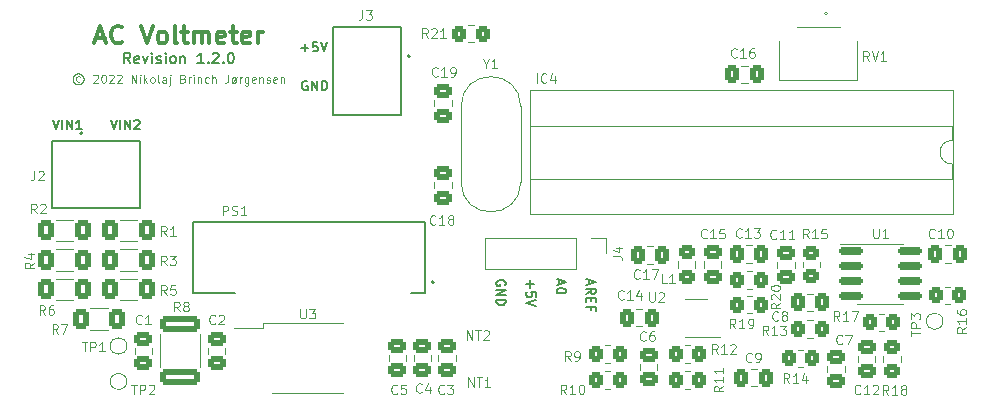
<source format=gto>
G04 #@! TF.GenerationSoftware,KiCad,Pcbnew,(6.0.0-0)*
G04 #@! TF.CreationDate,2022-02-24T15:34:45+01:00*
G04 #@! TF.ProjectId,AC Power Supply,41432050-6f77-4657-9220-537570706c79,rev?*
G04 #@! TF.SameCoordinates,Original*
G04 #@! TF.FileFunction,Legend,Top*
G04 #@! TF.FilePolarity,Positive*
%FSLAX46Y46*%
G04 Gerber Fmt 4.6, Leading zero omitted, Abs format (unit mm)*
G04 Created by KiCad (PCBNEW (6.0.0-0)) date 2022-02-24 15:34:45*
%MOMM*%
%LPD*%
G01*
G04 APERTURE LIST*
G04 Aperture macros list*
%AMRoundRect*
0 Rectangle with rounded corners*
0 $1 Rounding radius*
0 $2 $3 $4 $5 $6 $7 $8 $9 X,Y pos of 4 corners*
0 Add a 4 corners polygon primitive as box body*
4,1,4,$2,$3,$4,$5,$6,$7,$8,$9,$2,$3,0*
0 Add four circle primitives for the rounded corners*
1,1,$1+$1,$2,$3*
1,1,$1+$1,$4,$5*
1,1,$1+$1,$6,$7*
1,1,$1+$1,$8,$9*
0 Add four rect primitives between the rounded corners*
20,1,$1+$1,$2,$3,$4,$5,0*
20,1,$1+$1,$4,$5,$6,$7,0*
20,1,$1+$1,$6,$7,$8,$9,0*
20,1,$1+$1,$8,$9,$2,$3,0*%
G04 Aperture macros list end*
%ADD10C,0.150000*%
%ADD11C,0.100000*%
%ADD12C,0.300000*%
%ADD13C,0.125000*%
%ADD14C,0.120000*%
%ADD15C,0.127000*%
%ADD16C,0.200000*%
%ADD17R,1.560000X0.650000*%
%ADD18RoundRect,0.150000X-0.825000X-0.150000X0.825000X-0.150000X0.825000X0.150000X-0.825000X0.150000X0*%
%ADD19C,1.000000*%
%ADD20C,2.700000*%
%ADD21RoundRect,0.250000X0.450000X-0.350000X0.450000X0.350000X-0.450000X0.350000X-0.450000X-0.350000X0*%
%ADD22RoundRect,0.250000X-0.450000X0.350000X-0.450000X-0.350000X0.450000X-0.350000X0.450000X0.350000X0*%
%ADD23RoundRect,0.250000X-0.400000X-0.625000X0.400000X-0.625000X0.400000X0.625000X-0.400000X0.625000X0*%
%ADD24RoundRect,0.250000X-0.475000X0.337500X-0.475000X-0.337500X0.475000X-0.337500X0.475000X0.337500X0*%
%ADD25RoundRect,0.250000X0.475000X-0.337500X0.475000X0.337500X-0.475000X0.337500X-0.475000X-0.337500X0*%
%ADD26RoundRect,0.250000X-0.350000X-0.450000X0.350000X-0.450000X0.350000X0.450000X-0.350000X0.450000X0*%
%ADD27RoundRect,0.250000X0.350000X0.450000X-0.350000X0.450000X-0.350000X-0.450000X0.350000X-0.450000X0*%
%ADD28RoundRect,0.250000X1.450000X-0.400000X1.450000X0.400000X-1.450000X0.400000X-1.450000X-0.400000X0*%
%ADD29RoundRect,0.250000X0.337500X0.475000X-0.337500X0.475000X-0.337500X-0.475000X0.337500X-0.475000X0*%
%ADD30RoundRect,0.250000X0.400000X0.625000X-0.400000X0.625000X-0.400000X-0.625000X0.400000X-0.625000X0*%
%ADD31RoundRect,0.250000X0.450000X-0.325000X0.450000X0.325000X-0.450000X0.325000X-0.450000X-0.325000X0*%
%ADD32R,1.508000X1.508000*%
%ADD33C,1.508000*%
%ADD34R,1.700000X1.700000*%
%ADD35O,1.700000X1.700000*%
%ADD36RoundRect,0.250000X-0.337500X-0.475000X0.337500X-0.475000X0.337500X0.475000X-0.337500X0.475000X0*%
%ADD37R,1.799999X0.599999*%
%ADD38C,1.219200*%
%ADD39C,1.500000*%
%ADD40R,1.600000X2.400000*%
%ADD41O,1.600000X2.400000*%
G04 APERTURE END LIST*
D10*
X56885714Y-51757142D02*
X56585714Y-51328571D01*
X56371428Y-51757142D02*
X56371428Y-50857142D01*
X56714285Y-50857142D01*
X56800000Y-50900000D01*
X56842857Y-50942857D01*
X56885714Y-51028571D01*
X56885714Y-51157142D01*
X56842857Y-51242857D01*
X56800000Y-51285714D01*
X56714285Y-51328571D01*
X56371428Y-51328571D01*
X57614285Y-51714285D02*
X57528571Y-51757142D01*
X57357142Y-51757142D01*
X57271428Y-51714285D01*
X57228571Y-51628571D01*
X57228571Y-51285714D01*
X57271428Y-51200000D01*
X57357142Y-51157142D01*
X57528571Y-51157142D01*
X57614285Y-51200000D01*
X57657142Y-51285714D01*
X57657142Y-51371428D01*
X57228571Y-51457142D01*
X57957142Y-51157142D02*
X58171428Y-51757142D01*
X58385714Y-51157142D01*
X58728571Y-51757142D02*
X58728571Y-51157142D01*
X58728571Y-50857142D02*
X58685714Y-50900000D01*
X58728571Y-50942857D01*
X58771428Y-50900000D01*
X58728571Y-50857142D01*
X58728571Y-50942857D01*
X59114285Y-51714285D02*
X59200000Y-51757142D01*
X59371428Y-51757142D01*
X59457142Y-51714285D01*
X59500000Y-51628571D01*
X59500000Y-51585714D01*
X59457142Y-51500000D01*
X59371428Y-51457142D01*
X59242857Y-51457142D01*
X59157142Y-51414285D01*
X59114285Y-51328571D01*
X59114285Y-51285714D01*
X59157142Y-51200000D01*
X59242857Y-51157142D01*
X59371428Y-51157142D01*
X59457142Y-51200000D01*
X59885714Y-51757142D02*
X59885714Y-51157142D01*
X59885714Y-50857142D02*
X59842857Y-50900000D01*
X59885714Y-50942857D01*
X59928571Y-50900000D01*
X59885714Y-50857142D01*
X59885714Y-50942857D01*
X60442857Y-51757142D02*
X60357142Y-51714285D01*
X60314285Y-51671428D01*
X60271428Y-51585714D01*
X60271428Y-51328571D01*
X60314285Y-51242857D01*
X60357142Y-51200000D01*
X60442857Y-51157142D01*
X60571428Y-51157142D01*
X60657142Y-51200000D01*
X60700000Y-51242857D01*
X60742857Y-51328571D01*
X60742857Y-51585714D01*
X60700000Y-51671428D01*
X60657142Y-51714285D01*
X60571428Y-51757142D01*
X60442857Y-51757142D01*
X61128571Y-51157142D02*
X61128571Y-51757142D01*
X61128571Y-51242857D02*
X61171428Y-51200000D01*
X61257142Y-51157142D01*
X61385714Y-51157142D01*
X61471428Y-51200000D01*
X61514285Y-51285714D01*
X61514285Y-51757142D01*
X63100000Y-51757142D02*
X62585714Y-51757142D01*
X62842857Y-51757142D02*
X62842857Y-50857142D01*
X62757142Y-50985714D01*
X62671428Y-51071428D01*
X62585714Y-51114285D01*
X63485714Y-51671428D02*
X63528571Y-51714285D01*
X63485714Y-51757142D01*
X63442857Y-51714285D01*
X63485714Y-51671428D01*
X63485714Y-51757142D01*
X63871428Y-50942857D02*
X63914285Y-50900000D01*
X64000000Y-50857142D01*
X64214285Y-50857142D01*
X64300000Y-50900000D01*
X64342857Y-50942857D01*
X64385714Y-51028571D01*
X64385714Y-51114285D01*
X64342857Y-51242857D01*
X63828571Y-51757142D01*
X64385714Y-51757142D01*
X64771428Y-51671428D02*
X64814285Y-51714285D01*
X64771428Y-51757142D01*
X64728571Y-51714285D01*
X64771428Y-51671428D01*
X64771428Y-51757142D01*
X65371428Y-50857142D02*
X65457142Y-50857142D01*
X65542857Y-50900000D01*
X65585714Y-50942857D01*
X65628571Y-51028571D01*
X65671428Y-51200000D01*
X65671428Y-51414285D01*
X65628571Y-51585714D01*
X65585714Y-51671428D01*
X65542857Y-51714285D01*
X65457142Y-51757142D01*
X65371428Y-51757142D01*
X65285714Y-51714285D01*
X65242857Y-51671428D01*
X65200000Y-51585714D01*
X65157142Y-51414285D01*
X65157142Y-51200000D01*
X65200000Y-51028571D01*
X65242857Y-50942857D01*
X65285714Y-50900000D01*
X65371428Y-50857142D01*
X55242857Y-56561904D02*
X55509523Y-57361904D01*
X55776190Y-56561904D01*
X56042857Y-57361904D02*
X56042857Y-56561904D01*
X56423809Y-57361904D02*
X56423809Y-56561904D01*
X56880952Y-57361904D01*
X56880952Y-56561904D01*
X57223809Y-56638095D02*
X57261904Y-56600000D01*
X57338095Y-56561904D01*
X57528571Y-56561904D01*
X57604761Y-56600000D01*
X57642857Y-56638095D01*
X57680952Y-56714285D01*
X57680952Y-56790476D01*
X57642857Y-56904761D01*
X57185714Y-57361904D01*
X57680952Y-57361904D01*
X93216666Y-70104761D02*
X93216666Y-70485713D01*
X92988095Y-70028570D02*
X93788095Y-70295237D01*
X92988095Y-70561904D01*
X93788095Y-70980951D02*
X93788095Y-71057142D01*
X93750000Y-71133332D01*
X93711904Y-71171428D01*
X93635714Y-71209523D01*
X93483333Y-71247618D01*
X93292857Y-71247618D01*
X93140476Y-71209523D01*
X93064285Y-71171428D01*
X93026190Y-71133332D01*
X92988095Y-71057142D01*
X92988095Y-70980951D01*
X93026190Y-70904761D01*
X93064285Y-70866666D01*
X93140476Y-70828570D01*
X93292857Y-70790475D01*
X93483333Y-70790475D01*
X93635714Y-70828570D01*
X93711904Y-70866666D01*
X93750000Y-70904761D01*
X93788095Y-70980951D01*
X71371428Y-50457142D02*
X71980952Y-50457142D01*
X71676190Y-50761904D02*
X71676190Y-50152380D01*
X72742857Y-49961904D02*
X72361904Y-49961904D01*
X72323809Y-50342857D01*
X72361904Y-50304761D01*
X72438095Y-50266666D01*
X72628571Y-50266666D01*
X72704761Y-50304761D01*
X72742857Y-50342857D01*
X72780952Y-50419047D01*
X72780952Y-50609523D01*
X72742857Y-50685714D01*
X72704761Y-50723809D01*
X72628571Y-50761904D01*
X72438095Y-50761904D01*
X72361904Y-50723809D01*
X72323809Y-50685714D01*
X73009523Y-49961904D02*
X73276190Y-50761904D01*
X73542857Y-49961904D01*
X95716666Y-70104761D02*
X95716666Y-70485714D01*
X95488095Y-70028571D02*
X96288095Y-70295238D01*
X95488095Y-70561904D01*
X95488095Y-71285714D02*
X95869047Y-71019047D01*
X95488095Y-70828571D02*
X96288095Y-70828571D01*
X96288095Y-71133333D01*
X96250000Y-71209523D01*
X96211904Y-71247619D01*
X96135714Y-71285714D01*
X96021428Y-71285714D01*
X95945238Y-71247619D01*
X95907142Y-71209523D01*
X95869047Y-71133333D01*
X95869047Y-70828571D01*
X95907142Y-71628571D02*
X95907142Y-71895238D01*
X95488095Y-72009523D02*
X95488095Y-71628571D01*
X96288095Y-71628571D01*
X96288095Y-72009523D01*
X95907142Y-72619047D02*
X95907142Y-72352380D01*
X95488095Y-72352380D02*
X96288095Y-72352380D01*
X96288095Y-72733333D01*
X90742857Y-70142856D02*
X90742857Y-70752380D01*
X90438095Y-70447618D02*
X91047619Y-70447618D01*
X91238095Y-71514285D02*
X91238095Y-71133332D01*
X90857142Y-71095237D01*
X90895238Y-71133332D01*
X90933333Y-71209523D01*
X90933333Y-71399999D01*
X90895238Y-71476189D01*
X90857142Y-71514285D01*
X90780952Y-71552380D01*
X90590476Y-71552380D01*
X90514285Y-71514285D01*
X90476190Y-71476189D01*
X90438095Y-71399999D01*
X90438095Y-71209523D01*
X90476190Y-71133332D01*
X90514285Y-71095237D01*
X91238095Y-71780951D02*
X90438095Y-72047618D01*
X91238095Y-72314285D01*
D11*
X52633333Y-52883333D02*
X52566666Y-52850000D01*
X52433333Y-52850000D01*
X52366666Y-52883333D01*
X52300000Y-52950000D01*
X52266666Y-53016666D01*
X52266666Y-53150000D01*
X52300000Y-53216666D01*
X52366666Y-53283333D01*
X52433333Y-53316666D01*
X52566666Y-53316666D01*
X52633333Y-53283333D01*
X52500000Y-52616666D02*
X52333333Y-52650000D01*
X52166666Y-52750000D01*
X52066666Y-52916666D01*
X52033333Y-53083333D01*
X52066666Y-53250000D01*
X52166666Y-53416666D01*
X52333333Y-53516666D01*
X52500000Y-53550000D01*
X52666666Y-53516666D01*
X52833333Y-53416666D01*
X52933333Y-53250000D01*
X52966666Y-53083333D01*
X52933333Y-52916666D01*
X52833333Y-52750000D01*
X52666666Y-52650000D01*
X52500000Y-52616666D01*
X53766666Y-52783333D02*
X53800000Y-52750000D01*
X53866666Y-52716666D01*
X54033333Y-52716666D01*
X54100000Y-52750000D01*
X54133333Y-52783333D01*
X54166666Y-52850000D01*
X54166666Y-52916666D01*
X54133333Y-53016666D01*
X53733333Y-53416666D01*
X54166666Y-53416666D01*
X54600000Y-52716666D02*
X54666666Y-52716666D01*
X54733333Y-52750000D01*
X54766666Y-52783333D01*
X54800000Y-52850000D01*
X54833333Y-52983333D01*
X54833333Y-53150000D01*
X54800000Y-53283333D01*
X54766666Y-53350000D01*
X54733333Y-53383333D01*
X54666666Y-53416666D01*
X54600000Y-53416666D01*
X54533333Y-53383333D01*
X54500000Y-53350000D01*
X54466666Y-53283333D01*
X54433333Y-53150000D01*
X54433333Y-52983333D01*
X54466666Y-52850000D01*
X54500000Y-52783333D01*
X54533333Y-52750000D01*
X54600000Y-52716666D01*
X55100000Y-52783333D02*
X55133333Y-52750000D01*
X55200000Y-52716666D01*
X55366666Y-52716666D01*
X55433333Y-52750000D01*
X55466666Y-52783333D01*
X55500000Y-52850000D01*
X55500000Y-52916666D01*
X55466666Y-53016666D01*
X55066666Y-53416666D01*
X55500000Y-53416666D01*
X55766666Y-52783333D02*
X55800000Y-52750000D01*
X55866666Y-52716666D01*
X56033333Y-52716666D01*
X56100000Y-52750000D01*
X56133333Y-52783333D01*
X56166666Y-52850000D01*
X56166666Y-52916666D01*
X56133333Y-53016666D01*
X55733333Y-53416666D01*
X56166666Y-53416666D01*
X57000000Y-53416666D02*
X57000000Y-52716666D01*
X57400000Y-53416666D01*
X57400000Y-52716666D01*
X57733333Y-53416666D02*
X57733333Y-52950000D01*
X57733333Y-52716666D02*
X57700000Y-52750000D01*
X57733333Y-52783333D01*
X57766666Y-52750000D01*
X57733333Y-52716666D01*
X57733333Y-52783333D01*
X58066666Y-53416666D02*
X58066666Y-52716666D01*
X58133333Y-53150000D02*
X58333333Y-53416666D01*
X58333333Y-52950000D02*
X58066666Y-53216666D01*
X58733333Y-53416666D02*
X58666666Y-53383333D01*
X58633333Y-53350000D01*
X58600000Y-53283333D01*
X58600000Y-53083333D01*
X58633333Y-53016666D01*
X58666666Y-52983333D01*
X58733333Y-52950000D01*
X58833333Y-52950000D01*
X58900000Y-52983333D01*
X58933333Y-53016666D01*
X58966666Y-53083333D01*
X58966666Y-53283333D01*
X58933333Y-53350000D01*
X58900000Y-53383333D01*
X58833333Y-53416666D01*
X58733333Y-53416666D01*
X59366666Y-53416666D02*
X59300000Y-53383333D01*
X59266666Y-53316666D01*
X59266666Y-52716666D01*
X59933333Y-53416666D02*
X59933333Y-53050000D01*
X59900000Y-52983333D01*
X59833333Y-52950000D01*
X59700000Y-52950000D01*
X59633333Y-52983333D01*
X59933333Y-53383333D02*
X59866666Y-53416666D01*
X59700000Y-53416666D01*
X59633333Y-53383333D01*
X59600000Y-53316666D01*
X59600000Y-53250000D01*
X59633333Y-53183333D01*
X59700000Y-53150000D01*
X59866666Y-53150000D01*
X59933333Y-53116666D01*
X60266666Y-52950000D02*
X60266666Y-53550000D01*
X60233333Y-53616666D01*
X60166666Y-53650000D01*
X60133333Y-53650000D01*
X60266666Y-52716666D02*
X60233333Y-52750000D01*
X60266666Y-52783333D01*
X60300000Y-52750000D01*
X60266666Y-52716666D01*
X60266666Y-52783333D01*
X61366666Y-53050000D02*
X61466666Y-53083333D01*
X61500000Y-53116666D01*
X61533333Y-53183333D01*
X61533333Y-53283333D01*
X61500000Y-53350000D01*
X61466666Y-53383333D01*
X61400000Y-53416666D01*
X61133333Y-53416666D01*
X61133333Y-52716666D01*
X61366666Y-52716666D01*
X61433333Y-52750000D01*
X61466666Y-52783333D01*
X61500000Y-52850000D01*
X61500000Y-52916666D01*
X61466666Y-52983333D01*
X61433333Y-53016666D01*
X61366666Y-53050000D01*
X61133333Y-53050000D01*
X61833333Y-53416666D02*
X61833333Y-52950000D01*
X61833333Y-53083333D02*
X61866666Y-53016666D01*
X61900000Y-52983333D01*
X61966666Y-52950000D01*
X62033333Y-52950000D01*
X62266666Y-53416666D02*
X62266666Y-52950000D01*
X62266666Y-52716666D02*
X62233333Y-52750000D01*
X62266666Y-52783333D01*
X62300000Y-52750000D01*
X62266666Y-52716666D01*
X62266666Y-52783333D01*
X62600000Y-52950000D02*
X62600000Y-53416666D01*
X62600000Y-53016666D02*
X62633333Y-52983333D01*
X62700000Y-52950000D01*
X62800000Y-52950000D01*
X62866666Y-52983333D01*
X62900000Y-53050000D01*
X62900000Y-53416666D01*
X63533333Y-53383333D02*
X63466666Y-53416666D01*
X63333333Y-53416666D01*
X63266666Y-53383333D01*
X63233333Y-53350000D01*
X63200000Y-53283333D01*
X63200000Y-53083333D01*
X63233333Y-53016666D01*
X63266666Y-52983333D01*
X63333333Y-52950000D01*
X63466666Y-52950000D01*
X63533333Y-52983333D01*
X63833333Y-53416666D02*
X63833333Y-52716666D01*
X64133333Y-53416666D02*
X64133333Y-53050000D01*
X64100000Y-52983333D01*
X64033333Y-52950000D01*
X63933333Y-52950000D01*
X63866666Y-52983333D01*
X63833333Y-53016666D01*
X65200000Y-52716666D02*
X65200000Y-53216666D01*
X65166666Y-53316666D01*
X65100000Y-53383333D01*
X65000000Y-53416666D01*
X64933333Y-53416666D01*
X65900000Y-52950000D02*
X65466666Y-53416666D01*
X65633333Y-53416666D02*
X65566666Y-53383333D01*
X65533333Y-53350000D01*
X65500000Y-53283333D01*
X65500000Y-53083333D01*
X65533333Y-53016666D01*
X65566666Y-52983333D01*
X65633333Y-52950000D01*
X65733333Y-52950000D01*
X65800000Y-52983333D01*
X65833333Y-53016666D01*
X65866666Y-53083333D01*
X65866666Y-53283333D01*
X65833333Y-53350000D01*
X65800000Y-53383333D01*
X65733333Y-53416666D01*
X65633333Y-53416666D01*
X66166666Y-53416666D02*
X66166666Y-52950000D01*
X66166666Y-53083333D02*
X66200000Y-53016666D01*
X66233333Y-52983333D01*
X66300000Y-52950000D01*
X66366666Y-52950000D01*
X66900000Y-52950000D02*
X66900000Y-53516666D01*
X66866666Y-53583333D01*
X66833333Y-53616666D01*
X66766666Y-53650000D01*
X66666666Y-53650000D01*
X66600000Y-53616666D01*
X66900000Y-53383333D02*
X66833333Y-53416666D01*
X66700000Y-53416666D01*
X66633333Y-53383333D01*
X66600000Y-53350000D01*
X66566666Y-53283333D01*
X66566666Y-53083333D01*
X66600000Y-53016666D01*
X66633333Y-52983333D01*
X66700000Y-52950000D01*
X66833333Y-52950000D01*
X66900000Y-52983333D01*
X67500000Y-53383333D02*
X67433333Y-53416666D01*
X67300000Y-53416666D01*
X67233333Y-53383333D01*
X67200000Y-53316666D01*
X67200000Y-53050000D01*
X67233333Y-52983333D01*
X67300000Y-52950000D01*
X67433333Y-52950000D01*
X67500000Y-52983333D01*
X67533333Y-53050000D01*
X67533333Y-53116666D01*
X67200000Y-53183333D01*
X67833333Y-52950000D02*
X67833333Y-53416666D01*
X67833333Y-53016666D02*
X67866666Y-52983333D01*
X67933333Y-52950000D01*
X68033333Y-52950000D01*
X68100000Y-52983333D01*
X68133333Y-53050000D01*
X68133333Y-53416666D01*
X68433333Y-53383333D02*
X68500000Y-53416666D01*
X68633333Y-53416666D01*
X68700000Y-53383333D01*
X68733333Y-53316666D01*
X68733333Y-53283333D01*
X68700000Y-53216666D01*
X68633333Y-53183333D01*
X68533333Y-53183333D01*
X68466666Y-53150000D01*
X68433333Y-53083333D01*
X68433333Y-53050000D01*
X68466666Y-52983333D01*
X68533333Y-52950000D01*
X68633333Y-52950000D01*
X68700000Y-52983333D01*
X69300000Y-53383333D02*
X69233333Y-53416666D01*
X69100000Y-53416666D01*
X69033333Y-53383333D01*
X69000000Y-53316666D01*
X69000000Y-53050000D01*
X69033333Y-52983333D01*
X69100000Y-52950000D01*
X69233333Y-52950000D01*
X69300000Y-52983333D01*
X69333333Y-53050000D01*
X69333333Y-53116666D01*
X69000000Y-53183333D01*
X69633333Y-52950000D02*
X69633333Y-53416666D01*
X69633333Y-53016666D02*
X69666666Y-52983333D01*
X69733333Y-52950000D01*
X69833333Y-52950000D01*
X69900000Y-52983333D01*
X69933333Y-53050000D01*
X69933333Y-53416666D01*
D10*
X88650000Y-70561904D02*
X88688095Y-70485713D01*
X88688095Y-70371428D01*
X88650000Y-70257142D01*
X88573809Y-70180951D01*
X88497619Y-70142856D01*
X88345238Y-70104761D01*
X88230952Y-70104761D01*
X88078571Y-70142856D01*
X88002380Y-70180951D01*
X87926190Y-70257142D01*
X87888095Y-70371428D01*
X87888095Y-70447618D01*
X87926190Y-70561904D01*
X87964285Y-70599999D01*
X88230952Y-70599999D01*
X88230952Y-70447618D01*
X87888095Y-70942856D02*
X88688095Y-70942856D01*
X87888095Y-71399999D01*
X88688095Y-71399999D01*
X87888095Y-71780951D02*
X88688095Y-71780951D01*
X88688095Y-71971428D01*
X88650000Y-72085713D01*
X88573809Y-72161904D01*
X88497619Y-72199999D01*
X88345238Y-72238094D01*
X88230952Y-72238094D01*
X88078571Y-72199999D01*
X88002380Y-72161904D01*
X87926190Y-72085713D01*
X87888095Y-71971428D01*
X87888095Y-71780951D01*
D12*
X54000000Y-49650000D02*
X54714285Y-49650000D01*
X53857142Y-50078571D02*
X54357142Y-48578571D01*
X54857142Y-50078571D01*
X56214285Y-49935714D02*
X56142857Y-50007142D01*
X55928571Y-50078571D01*
X55785714Y-50078571D01*
X55571428Y-50007142D01*
X55428571Y-49864285D01*
X55357142Y-49721428D01*
X55285714Y-49435714D01*
X55285714Y-49221428D01*
X55357142Y-48935714D01*
X55428571Y-48792857D01*
X55571428Y-48650000D01*
X55785714Y-48578571D01*
X55928571Y-48578571D01*
X56142857Y-48650000D01*
X56214285Y-48721428D01*
X57785714Y-48578571D02*
X58285714Y-50078571D01*
X58785714Y-48578571D01*
X59500000Y-50078571D02*
X59357142Y-50007142D01*
X59285714Y-49935714D01*
X59214285Y-49792857D01*
X59214285Y-49364285D01*
X59285714Y-49221428D01*
X59357142Y-49150000D01*
X59500000Y-49078571D01*
X59714285Y-49078571D01*
X59857142Y-49150000D01*
X59928571Y-49221428D01*
X60000000Y-49364285D01*
X60000000Y-49792857D01*
X59928571Y-49935714D01*
X59857142Y-50007142D01*
X59714285Y-50078571D01*
X59500000Y-50078571D01*
X60857142Y-50078571D02*
X60714285Y-50007142D01*
X60642857Y-49864285D01*
X60642857Y-48578571D01*
X61214285Y-49078571D02*
X61785714Y-49078571D01*
X61428571Y-48578571D02*
X61428571Y-49864285D01*
X61500000Y-50007142D01*
X61642857Y-50078571D01*
X61785714Y-50078571D01*
X62285714Y-50078571D02*
X62285714Y-49078571D01*
X62285714Y-49221428D02*
X62357142Y-49150000D01*
X62500000Y-49078571D01*
X62714285Y-49078571D01*
X62857142Y-49150000D01*
X62928571Y-49292857D01*
X62928571Y-50078571D01*
X62928571Y-49292857D02*
X63000000Y-49150000D01*
X63142857Y-49078571D01*
X63357142Y-49078571D01*
X63500000Y-49150000D01*
X63571428Y-49292857D01*
X63571428Y-50078571D01*
X64857142Y-50007142D02*
X64714285Y-50078571D01*
X64428571Y-50078571D01*
X64285714Y-50007142D01*
X64214285Y-49864285D01*
X64214285Y-49292857D01*
X64285714Y-49150000D01*
X64428571Y-49078571D01*
X64714285Y-49078571D01*
X64857142Y-49150000D01*
X64928571Y-49292857D01*
X64928571Y-49435714D01*
X64214285Y-49578571D01*
X65357142Y-49078571D02*
X65928571Y-49078571D01*
X65571428Y-48578571D02*
X65571428Y-49864285D01*
X65642857Y-50007142D01*
X65785714Y-50078571D01*
X65928571Y-50078571D01*
X67000000Y-50007142D02*
X66857142Y-50078571D01*
X66571428Y-50078571D01*
X66428571Y-50007142D01*
X66357142Y-49864285D01*
X66357142Y-49292857D01*
X66428571Y-49150000D01*
X66571428Y-49078571D01*
X66857142Y-49078571D01*
X67000000Y-49150000D01*
X67071428Y-49292857D01*
X67071428Y-49435714D01*
X66357142Y-49578571D01*
X67714285Y-50078571D02*
X67714285Y-49078571D01*
X67714285Y-49364285D02*
X67785714Y-49221428D01*
X67857142Y-49150000D01*
X68000000Y-49078571D01*
X68142857Y-49078571D01*
D10*
X71890476Y-53300000D02*
X71814285Y-53261904D01*
X71700000Y-53261904D01*
X71585714Y-53300000D01*
X71509523Y-53376190D01*
X71471428Y-53452380D01*
X71433333Y-53604761D01*
X71433333Y-53719047D01*
X71471428Y-53871428D01*
X71509523Y-53947619D01*
X71585714Y-54023809D01*
X71700000Y-54061904D01*
X71776190Y-54061904D01*
X71890476Y-54023809D01*
X71928571Y-53985714D01*
X71928571Y-53719047D01*
X71776190Y-53719047D01*
X72271428Y-54061904D02*
X72271428Y-53261904D01*
X72728571Y-54061904D01*
X72728571Y-53261904D01*
X73109523Y-54061904D02*
X73109523Y-53261904D01*
X73300000Y-53261904D01*
X73414285Y-53300000D01*
X73490476Y-53376190D01*
X73528571Y-53452380D01*
X73566666Y-53604761D01*
X73566666Y-53719047D01*
X73528571Y-53871428D01*
X73490476Y-53947619D01*
X73414285Y-54023809D01*
X73300000Y-54061904D01*
X73109523Y-54061904D01*
X50342857Y-56561904D02*
X50609523Y-57361904D01*
X50876190Y-56561904D01*
X51142857Y-57361904D02*
X51142857Y-56561904D01*
X51523809Y-57361904D02*
X51523809Y-56561904D01*
X51980952Y-57361904D01*
X51980952Y-56561904D01*
X52780952Y-57361904D02*
X52323809Y-57361904D01*
X52552380Y-57361904D02*
X52552380Y-56561904D01*
X52476190Y-56676190D01*
X52400000Y-56752380D01*
X52323809Y-56790476D01*
D13*
X100840476Y-71161904D02*
X100840476Y-71809523D01*
X100878571Y-71885714D01*
X100916666Y-71923809D01*
X100992857Y-71961904D01*
X101145238Y-71961904D01*
X101221428Y-71923809D01*
X101259523Y-71885714D01*
X101297619Y-71809523D01*
X101297619Y-71161904D01*
X101640476Y-71238095D02*
X101678571Y-71200000D01*
X101754761Y-71161904D01*
X101945238Y-71161904D01*
X102021428Y-71200000D01*
X102059523Y-71238095D01*
X102097619Y-71314285D01*
X102097619Y-71390476D01*
X102059523Y-71504761D01*
X101602380Y-71961904D01*
X102097619Y-71961904D01*
X119790476Y-65761904D02*
X119790476Y-66409523D01*
X119828571Y-66485714D01*
X119866666Y-66523809D01*
X119942857Y-66561904D01*
X120095238Y-66561904D01*
X120171428Y-66523809D01*
X120209523Y-66485714D01*
X120247619Y-66409523D01*
X120247619Y-65761904D01*
X121047619Y-66561904D02*
X120590476Y-66561904D01*
X120819047Y-66561904D02*
X120819047Y-65761904D01*
X120742857Y-65876190D01*
X120666666Y-65952380D01*
X120590476Y-65990476D01*
X122961904Y-74859523D02*
X122961904Y-74402380D01*
X123761904Y-74630952D02*
X122961904Y-74630952D01*
X123761904Y-74135714D02*
X122961904Y-74135714D01*
X122961904Y-73830952D01*
X123000000Y-73754761D01*
X123038095Y-73716666D01*
X123114285Y-73678571D01*
X123228571Y-73678571D01*
X123304761Y-73716666D01*
X123342857Y-73754761D01*
X123380952Y-73830952D01*
X123380952Y-74135714D01*
X122961904Y-73411904D02*
X122961904Y-72916666D01*
X123266666Y-73183333D01*
X123266666Y-73069047D01*
X123304761Y-72992857D01*
X123342857Y-72954761D01*
X123419047Y-72916666D01*
X123609523Y-72916666D01*
X123685714Y-72954761D01*
X123723809Y-72992857D01*
X123761904Y-73069047D01*
X123761904Y-73297619D01*
X123723809Y-73373809D01*
X123685714Y-73411904D01*
X56990476Y-78961904D02*
X57447619Y-78961904D01*
X57219047Y-79761904D02*
X57219047Y-78961904D01*
X57714285Y-79761904D02*
X57714285Y-78961904D01*
X58019047Y-78961904D01*
X58095238Y-79000000D01*
X58133333Y-79038095D01*
X58171428Y-79114285D01*
X58171428Y-79228571D01*
X58133333Y-79304761D01*
X58095238Y-79342857D01*
X58019047Y-79380952D01*
X57714285Y-79380952D01*
X58476190Y-79038095D02*
X58514285Y-79000000D01*
X58590476Y-78961904D01*
X58780952Y-78961904D01*
X58857142Y-79000000D01*
X58895238Y-79038095D01*
X58933333Y-79114285D01*
X58933333Y-79190476D01*
X58895238Y-79304761D01*
X58438095Y-79761904D01*
X58933333Y-79761904D01*
X52790476Y-75361904D02*
X53247619Y-75361904D01*
X53019047Y-76161904D02*
X53019047Y-75361904D01*
X53514285Y-76161904D02*
X53514285Y-75361904D01*
X53819047Y-75361904D01*
X53895238Y-75400000D01*
X53933333Y-75438095D01*
X53971428Y-75514285D01*
X53971428Y-75628571D01*
X53933333Y-75704761D01*
X53895238Y-75742857D01*
X53819047Y-75780952D01*
X53514285Y-75780952D01*
X54733333Y-76161904D02*
X54276190Y-76161904D01*
X54504761Y-76161904D02*
X54504761Y-75361904D01*
X54428571Y-75476190D01*
X54352380Y-75552380D01*
X54276190Y-75590476D01*
X114335714Y-66586904D02*
X114069047Y-66205952D01*
X113878571Y-66586904D02*
X113878571Y-65786904D01*
X114183333Y-65786904D01*
X114259523Y-65825000D01*
X114297619Y-65863095D01*
X114335714Y-65939285D01*
X114335714Y-66053571D01*
X114297619Y-66129761D01*
X114259523Y-66167857D01*
X114183333Y-66205952D01*
X113878571Y-66205952D01*
X115097619Y-66586904D02*
X114640476Y-66586904D01*
X114869047Y-66586904D02*
X114869047Y-65786904D01*
X114792857Y-65901190D01*
X114716666Y-65977380D01*
X114640476Y-66015476D01*
X115821428Y-65786904D02*
X115440476Y-65786904D01*
X115402380Y-66167857D01*
X115440476Y-66129761D01*
X115516666Y-66091666D01*
X115707142Y-66091666D01*
X115783333Y-66129761D01*
X115821428Y-66167857D01*
X115859523Y-66244047D01*
X115859523Y-66434523D01*
X115821428Y-66510714D01*
X115783333Y-66548809D01*
X115707142Y-66586904D01*
X115516666Y-66586904D01*
X115440476Y-66548809D01*
X115402380Y-66510714D01*
X121085714Y-79811904D02*
X120819047Y-79430952D01*
X120628571Y-79811904D02*
X120628571Y-79011904D01*
X120933333Y-79011904D01*
X121009523Y-79050000D01*
X121047619Y-79088095D01*
X121085714Y-79164285D01*
X121085714Y-79278571D01*
X121047619Y-79354761D01*
X121009523Y-79392857D01*
X120933333Y-79430952D01*
X120628571Y-79430952D01*
X121847619Y-79811904D02*
X121390476Y-79811904D01*
X121619047Y-79811904D02*
X121619047Y-79011904D01*
X121542857Y-79126190D01*
X121466666Y-79202380D01*
X121390476Y-79240476D01*
X122304761Y-79354761D02*
X122228571Y-79316666D01*
X122190476Y-79278571D01*
X122152380Y-79202380D01*
X122152380Y-79164285D01*
X122190476Y-79088095D01*
X122228571Y-79050000D01*
X122304761Y-79011904D01*
X122457142Y-79011904D01*
X122533333Y-79050000D01*
X122571428Y-79088095D01*
X122609523Y-79164285D01*
X122609523Y-79202380D01*
X122571428Y-79278571D01*
X122533333Y-79316666D01*
X122457142Y-79354761D01*
X122304761Y-79354761D01*
X122228571Y-79392857D01*
X122190476Y-79430952D01*
X122152380Y-79507142D01*
X122152380Y-79659523D01*
X122190476Y-79735714D01*
X122228571Y-79773809D01*
X122304761Y-79811904D01*
X122457142Y-79811904D01*
X122533333Y-79773809D01*
X122571428Y-79735714D01*
X122609523Y-79659523D01*
X122609523Y-79507142D01*
X122571428Y-79430952D01*
X122533333Y-79392857D01*
X122457142Y-79354761D01*
X59966666Y-68861904D02*
X59700000Y-68480952D01*
X59509523Y-68861904D02*
X59509523Y-68061904D01*
X59814285Y-68061904D01*
X59890476Y-68100000D01*
X59928571Y-68138095D01*
X59966666Y-68214285D01*
X59966666Y-68328571D01*
X59928571Y-68404761D01*
X59890476Y-68442857D01*
X59814285Y-68480952D01*
X59509523Y-68480952D01*
X60233333Y-68061904D02*
X60728571Y-68061904D01*
X60461904Y-68366666D01*
X60576190Y-68366666D01*
X60652380Y-68404761D01*
X60690476Y-68442857D01*
X60728571Y-68519047D01*
X60728571Y-68709523D01*
X60690476Y-68785714D01*
X60652380Y-68823809D01*
X60576190Y-68861904D01*
X60347619Y-68861904D01*
X60271428Y-68823809D01*
X60233333Y-68785714D01*
X82735714Y-65360714D02*
X82697619Y-65398809D01*
X82583333Y-65436904D01*
X82507142Y-65436904D01*
X82392857Y-65398809D01*
X82316666Y-65322619D01*
X82278571Y-65246428D01*
X82240476Y-65094047D01*
X82240476Y-64979761D01*
X82278571Y-64827380D01*
X82316666Y-64751190D01*
X82392857Y-64675000D01*
X82507142Y-64636904D01*
X82583333Y-64636904D01*
X82697619Y-64675000D01*
X82735714Y-64713095D01*
X83497619Y-65436904D02*
X83040476Y-65436904D01*
X83269047Y-65436904D02*
X83269047Y-64636904D01*
X83192857Y-64751190D01*
X83116666Y-64827380D01*
X83040476Y-64865476D01*
X83954761Y-64979761D02*
X83878571Y-64941666D01*
X83840476Y-64903571D01*
X83802380Y-64827380D01*
X83802380Y-64789285D01*
X83840476Y-64713095D01*
X83878571Y-64675000D01*
X83954761Y-64636904D01*
X84107142Y-64636904D01*
X84183333Y-64675000D01*
X84221428Y-64713095D01*
X84259523Y-64789285D01*
X84259523Y-64827380D01*
X84221428Y-64903571D01*
X84183333Y-64941666D01*
X84107142Y-64979761D01*
X83954761Y-64979761D01*
X83878571Y-65017857D01*
X83840476Y-65055952D01*
X83802380Y-65132142D01*
X83802380Y-65284523D01*
X83840476Y-65360714D01*
X83878571Y-65398809D01*
X83954761Y-65436904D01*
X84107142Y-65436904D01*
X84183333Y-65398809D01*
X84221428Y-65360714D01*
X84259523Y-65284523D01*
X84259523Y-65132142D01*
X84221428Y-65055952D01*
X84183333Y-65017857D01*
X84107142Y-64979761D01*
X111585714Y-66560714D02*
X111547619Y-66598809D01*
X111433333Y-66636904D01*
X111357142Y-66636904D01*
X111242857Y-66598809D01*
X111166666Y-66522619D01*
X111128571Y-66446428D01*
X111090476Y-66294047D01*
X111090476Y-66179761D01*
X111128571Y-66027380D01*
X111166666Y-65951190D01*
X111242857Y-65875000D01*
X111357142Y-65836904D01*
X111433333Y-65836904D01*
X111547619Y-65875000D01*
X111585714Y-65913095D01*
X112347619Y-66636904D02*
X111890476Y-66636904D01*
X112119047Y-66636904D02*
X112119047Y-65836904D01*
X112042857Y-65951190D01*
X111966666Y-66027380D01*
X111890476Y-66065476D01*
X113109523Y-66636904D02*
X112652380Y-66636904D01*
X112880952Y-66636904D02*
X112880952Y-65836904D01*
X112804761Y-65951190D01*
X112728571Y-66027380D01*
X112652380Y-66065476D01*
X107086904Y-79089285D02*
X106705952Y-79355952D01*
X107086904Y-79546428D02*
X106286904Y-79546428D01*
X106286904Y-79241666D01*
X106325000Y-79165476D01*
X106363095Y-79127380D01*
X106439285Y-79089285D01*
X106553571Y-79089285D01*
X106629761Y-79127380D01*
X106667857Y-79165476D01*
X106705952Y-79241666D01*
X106705952Y-79546428D01*
X107086904Y-78327380D02*
X107086904Y-78784523D01*
X107086904Y-78555952D02*
X106286904Y-78555952D01*
X106401190Y-78632142D01*
X106477380Y-78708333D01*
X106515476Y-78784523D01*
X107086904Y-77565476D02*
X107086904Y-78022619D01*
X107086904Y-77794047D02*
X106286904Y-77794047D01*
X106401190Y-77870238D01*
X106477380Y-77946428D01*
X106515476Y-78022619D01*
X112685714Y-78811904D02*
X112419047Y-78430952D01*
X112228571Y-78811904D02*
X112228571Y-78011904D01*
X112533333Y-78011904D01*
X112609523Y-78050000D01*
X112647619Y-78088095D01*
X112685714Y-78164285D01*
X112685714Y-78278571D01*
X112647619Y-78354761D01*
X112609523Y-78392857D01*
X112533333Y-78430952D01*
X112228571Y-78430952D01*
X113447619Y-78811904D02*
X112990476Y-78811904D01*
X113219047Y-78811904D02*
X113219047Y-78011904D01*
X113142857Y-78126190D01*
X113066666Y-78202380D01*
X112990476Y-78240476D01*
X114133333Y-78278571D02*
X114133333Y-78811904D01*
X113942857Y-77973809D02*
X113752380Y-78545238D01*
X114247619Y-78545238D01*
X61066666Y-72761904D02*
X60800000Y-72380952D01*
X60609523Y-72761904D02*
X60609523Y-71961904D01*
X60914285Y-71961904D01*
X60990476Y-72000000D01*
X61028571Y-72038095D01*
X61066666Y-72114285D01*
X61066666Y-72228571D01*
X61028571Y-72304761D01*
X60990476Y-72342857D01*
X60914285Y-72380952D01*
X60609523Y-72380952D01*
X61523809Y-72304761D02*
X61447619Y-72266666D01*
X61409523Y-72228571D01*
X61371428Y-72152380D01*
X61371428Y-72114285D01*
X61409523Y-72038095D01*
X61447619Y-72000000D01*
X61523809Y-71961904D01*
X61676190Y-71961904D01*
X61752380Y-72000000D01*
X61790476Y-72038095D01*
X61828571Y-72114285D01*
X61828571Y-72152380D01*
X61790476Y-72228571D01*
X61752380Y-72266666D01*
X61676190Y-72304761D01*
X61523809Y-72304761D01*
X61447619Y-72342857D01*
X61409523Y-72380952D01*
X61371428Y-72457142D01*
X61371428Y-72609523D01*
X61409523Y-72685714D01*
X61447619Y-72723809D01*
X61523809Y-72761904D01*
X61676190Y-72761904D01*
X61752380Y-72723809D01*
X61790476Y-72685714D01*
X61828571Y-72609523D01*
X61828571Y-72457142D01*
X61790476Y-72380952D01*
X61752380Y-72342857D01*
X61676190Y-72304761D01*
X108135714Y-74186904D02*
X107869047Y-73805952D01*
X107678571Y-74186904D02*
X107678571Y-73386904D01*
X107983333Y-73386904D01*
X108059523Y-73425000D01*
X108097619Y-73463095D01*
X108135714Y-73539285D01*
X108135714Y-73653571D01*
X108097619Y-73729761D01*
X108059523Y-73767857D01*
X107983333Y-73805952D01*
X107678571Y-73805952D01*
X108897619Y-74186904D02*
X108440476Y-74186904D01*
X108669047Y-74186904D02*
X108669047Y-73386904D01*
X108592857Y-73501190D01*
X108516666Y-73577380D01*
X108440476Y-73615476D01*
X109278571Y-74186904D02*
X109430952Y-74186904D01*
X109507142Y-74148809D01*
X109545238Y-74110714D01*
X109621428Y-73996428D01*
X109659523Y-73844047D01*
X109659523Y-73539285D01*
X109621428Y-73463095D01*
X109583333Y-73425000D01*
X109507142Y-73386904D01*
X109354761Y-73386904D01*
X109278571Y-73425000D01*
X109240476Y-73463095D01*
X109202380Y-73539285D01*
X109202380Y-73729761D01*
X109240476Y-73805952D01*
X109278571Y-73844047D01*
X109354761Y-73882142D01*
X109507142Y-73882142D01*
X109583333Y-73844047D01*
X109621428Y-73805952D01*
X109659523Y-73729761D01*
X111936904Y-72064285D02*
X111555952Y-72330952D01*
X111936904Y-72521428D02*
X111136904Y-72521428D01*
X111136904Y-72216666D01*
X111175000Y-72140476D01*
X111213095Y-72102380D01*
X111289285Y-72064285D01*
X111403571Y-72064285D01*
X111479761Y-72102380D01*
X111517857Y-72140476D01*
X111555952Y-72216666D01*
X111555952Y-72521428D01*
X111213095Y-71759523D02*
X111175000Y-71721428D01*
X111136904Y-71645238D01*
X111136904Y-71454761D01*
X111175000Y-71378571D01*
X111213095Y-71340476D01*
X111289285Y-71302380D01*
X111365476Y-71302380D01*
X111479761Y-71340476D01*
X111936904Y-71797619D01*
X111936904Y-71302380D01*
X111136904Y-70807142D02*
X111136904Y-70730952D01*
X111175000Y-70654761D01*
X111213095Y-70616666D01*
X111289285Y-70578571D01*
X111441666Y-70540476D01*
X111632142Y-70540476D01*
X111784523Y-70578571D01*
X111860714Y-70616666D01*
X111898809Y-70654761D01*
X111936904Y-70730952D01*
X111936904Y-70807142D01*
X111898809Y-70883333D01*
X111860714Y-70921428D01*
X111784523Y-70959523D01*
X111632142Y-70997619D01*
X111441666Y-70997619D01*
X111289285Y-70959523D01*
X111213095Y-70921428D01*
X111175000Y-70883333D01*
X111136904Y-70807142D01*
X64066666Y-73785714D02*
X64028571Y-73823809D01*
X63914285Y-73861904D01*
X63838095Y-73861904D01*
X63723809Y-73823809D01*
X63647619Y-73747619D01*
X63609523Y-73671428D01*
X63571428Y-73519047D01*
X63571428Y-73404761D01*
X63609523Y-73252380D01*
X63647619Y-73176190D01*
X63723809Y-73100000D01*
X63838095Y-73061904D01*
X63914285Y-73061904D01*
X64028571Y-73100000D01*
X64066666Y-73138095D01*
X64371428Y-73138095D02*
X64409523Y-73100000D01*
X64485714Y-73061904D01*
X64676190Y-73061904D01*
X64752380Y-73100000D01*
X64790476Y-73138095D01*
X64828571Y-73214285D01*
X64828571Y-73290476D01*
X64790476Y-73404761D01*
X64333333Y-73861904D01*
X64828571Y-73861904D01*
X48966666Y-64461904D02*
X48700000Y-64080952D01*
X48509523Y-64461904D02*
X48509523Y-63661904D01*
X48814285Y-63661904D01*
X48890476Y-63700000D01*
X48928571Y-63738095D01*
X48966666Y-63814285D01*
X48966666Y-63928571D01*
X48928571Y-64004761D01*
X48890476Y-64042857D01*
X48814285Y-64080952D01*
X48509523Y-64080952D01*
X49271428Y-63738095D02*
X49309523Y-63700000D01*
X49385714Y-63661904D01*
X49576190Y-63661904D01*
X49652380Y-63700000D01*
X49690476Y-63738095D01*
X49728571Y-63814285D01*
X49728571Y-63890476D01*
X49690476Y-64004761D01*
X49233333Y-64461904D01*
X49728571Y-64461904D01*
X100541666Y-75185714D02*
X100503571Y-75223809D01*
X100389285Y-75261904D01*
X100313095Y-75261904D01*
X100198809Y-75223809D01*
X100122619Y-75147619D01*
X100084523Y-75071428D01*
X100046428Y-74919047D01*
X100046428Y-74804761D01*
X100084523Y-74652380D01*
X100122619Y-74576190D01*
X100198809Y-74500000D01*
X100313095Y-74461904D01*
X100389285Y-74461904D01*
X100503571Y-74500000D01*
X100541666Y-74538095D01*
X101227380Y-74461904D02*
X101075000Y-74461904D01*
X100998809Y-74500000D01*
X100960714Y-74538095D01*
X100884523Y-74652380D01*
X100846428Y-74804761D01*
X100846428Y-75109523D01*
X100884523Y-75185714D01*
X100922619Y-75223809D01*
X100998809Y-75261904D01*
X101151190Y-75261904D01*
X101227380Y-75223809D01*
X101265476Y-75185714D01*
X101303571Y-75109523D01*
X101303571Y-74919047D01*
X101265476Y-74842857D01*
X101227380Y-74804761D01*
X101151190Y-74766666D01*
X100998809Y-74766666D01*
X100922619Y-74804761D01*
X100884523Y-74842857D01*
X100846428Y-74919047D01*
X106635714Y-76336904D02*
X106369047Y-75955952D01*
X106178571Y-76336904D02*
X106178571Y-75536904D01*
X106483333Y-75536904D01*
X106559523Y-75575000D01*
X106597619Y-75613095D01*
X106635714Y-75689285D01*
X106635714Y-75803571D01*
X106597619Y-75879761D01*
X106559523Y-75917857D01*
X106483333Y-75955952D01*
X106178571Y-75955952D01*
X107397619Y-76336904D02*
X106940476Y-76336904D01*
X107169047Y-76336904D02*
X107169047Y-75536904D01*
X107092857Y-75651190D01*
X107016666Y-75727380D01*
X106940476Y-75765476D01*
X107702380Y-75613095D02*
X107740476Y-75575000D01*
X107816666Y-75536904D01*
X108007142Y-75536904D01*
X108083333Y-75575000D01*
X108121428Y-75613095D01*
X108159523Y-75689285D01*
X108159523Y-75765476D01*
X108121428Y-75879761D01*
X107664285Y-76336904D01*
X108159523Y-76336904D01*
X124985714Y-66485714D02*
X124947619Y-66523809D01*
X124833333Y-66561904D01*
X124757142Y-66561904D01*
X124642857Y-66523809D01*
X124566666Y-66447619D01*
X124528571Y-66371428D01*
X124490476Y-66219047D01*
X124490476Y-66104761D01*
X124528571Y-65952380D01*
X124566666Y-65876190D01*
X124642857Y-65800000D01*
X124757142Y-65761904D01*
X124833333Y-65761904D01*
X124947619Y-65800000D01*
X124985714Y-65838095D01*
X125747619Y-66561904D02*
X125290476Y-66561904D01*
X125519047Y-66561904D02*
X125519047Y-65761904D01*
X125442857Y-65876190D01*
X125366666Y-65952380D01*
X125290476Y-65990476D01*
X126242857Y-65761904D02*
X126319047Y-65761904D01*
X126395238Y-65800000D01*
X126433333Y-65838095D01*
X126471428Y-65914285D01*
X126509523Y-66066666D01*
X126509523Y-66257142D01*
X126471428Y-66409523D01*
X126433333Y-66485714D01*
X126395238Y-66523809D01*
X126319047Y-66561904D01*
X126242857Y-66561904D01*
X126166666Y-66523809D01*
X126128571Y-66485714D01*
X126090476Y-66409523D01*
X126052380Y-66257142D01*
X126052380Y-66066666D01*
X126090476Y-65914285D01*
X126128571Y-65838095D01*
X126166666Y-65800000D01*
X126242857Y-65761904D01*
X105685714Y-66510714D02*
X105647619Y-66548809D01*
X105533333Y-66586904D01*
X105457142Y-66586904D01*
X105342857Y-66548809D01*
X105266666Y-66472619D01*
X105228571Y-66396428D01*
X105190476Y-66244047D01*
X105190476Y-66129761D01*
X105228571Y-65977380D01*
X105266666Y-65901190D01*
X105342857Y-65825000D01*
X105457142Y-65786904D01*
X105533333Y-65786904D01*
X105647619Y-65825000D01*
X105685714Y-65863095D01*
X106447619Y-66586904D02*
X105990476Y-66586904D01*
X106219047Y-66586904D02*
X106219047Y-65786904D01*
X106142857Y-65901190D01*
X106066666Y-65977380D01*
X105990476Y-66015476D01*
X107171428Y-65786904D02*
X106790476Y-65786904D01*
X106752380Y-66167857D01*
X106790476Y-66129761D01*
X106866666Y-66091666D01*
X107057142Y-66091666D01*
X107133333Y-66129761D01*
X107171428Y-66167857D01*
X107209523Y-66244047D01*
X107209523Y-66434523D01*
X107171428Y-66510714D01*
X107133333Y-66548809D01*
X107057142Y-66586904D01*
X106866666Y-66586904D01*
X106790476Y-66548809D01*
X106752380Y-66510714D01*
X49666666Y-73061904D02*
X49400000Y-72680952D01*
X49209523Y-73061904D02*
X49209523Y-72261904D01*
X49514285Y-72261904D01*
X49590476Y-72300000D01*
X49628571Y-72338095D01*
X49666666Y-72414285D01*
X49666666Y-72528571D01*
X49628571Y-72604761D01*
X49590476Y-72642857D01*
X49514285Y-72680952D01*
X49209523Y-72680952D01*
X50352380Y-72261904D02*
X50200000Y-72261904D01*
X50123809Y-72300000D01*
X50085714Y-72338095D01*
X50009523Y-72452380D01*
X49971428Y-72604761D01*
X49971428Y-72909523D01*
X50009523Y-72985714D01*
X50047619Y-73023809D01*
X50123809Y-73061904D01*
X50276190Y-73061904D01*
X50352380Y-73023809D01*
X50390476Y-72985714D01*
X50428571Y-72909523D01*
X50428571Y-72719047D01*
X50390476Y-72642857D01*
X50352380Y-72604761D01*
X50276190Y-72566666D01*
X50123809Y-72566666D01*
X50047619Y-72604761D01*
X50009523Y-72642857D01*
X49971428Y-72719047D01*
X59966666Y-66361904D02*
X59700000Y-65980952D01*
X59509523Y-66361904D02*
X59509523Y-65561904D01*
X59814285Y-65561904D01*
X59890476Y-65600000D01*
X59928571Y-65638095D01*
X59966666Y-65714285D01*
X59966666Y-65828571D01*
X59928571Y-65904761D01*
X59890476Y-65942857D01*
X59814285Y-65980952D01*
X59509523Y-65980952D01*
X60728571Y-66361904D02*
X60271428Y-66361904D01*
X60500000Y-66361904D02*
X60500000Y-65561904D01*
X60423809Y-65676190D01*
X60347619Y-65752380D01*
X60271428Y-65790476D01*
X83479686Y-79685714D02*
X83441591Y-79723809D01*
X83327305Y-79761904D01*
X83251115Y-79761904D01*
X83136829Y-79723809D01*
X83060639Y-79647619D01*
X83022543Y-79571428D01*
X82984448Y-79419047D01*
X82984448Y-79304761D01*
X83022543Y-79152380D01*
X83060639Y-79076190D01*
X83136829Y-79000000D01*
X83251115Y-78961904D01*
X83327305Y-78961904D01*
X83441591Y-79000000D01*
X83479686Y-79038095D01*
X83746353Y-78961904D02*
X84241591Y-78961904D01*
X83974924Y-79266666D01*
X84089210Y-79266666D01*
X84165400Y-79304761D01*
X84203496Y-79342857D01*
X84241591Y-79419047D01*
X84241591Y-79609523D01*
X84203496Y-79685714D01*
X84165400Y-79723809D01*
X84089210Y-79761904D01*
X83860639Y-79761904D01*
X83784448Y-79723809D01*
X83746353Y-79685714D01*
X127661904Y-74114285D02*
X127280952Y-74380952D01*
X127661904Y-74571428D02*
X126861904Y-74571428D01*
X126861904Y-74266666D01*
X126900000Y-74190476D01*
X126938095Y-74152380D01*
X127014285Y-74114285D01*
X127128571Y-74114285D01*
X127204761Y-74152380D01*
X127242857Y-74190476D01*
X127280952Y-74266666D01*
X127280952Y-74571428D01*
X127661904Y-73352380D02*
X127661904Y-73809523D01*
X127661904Y-73580952D02*
X126861904Y-73580952D01*
X126976190Y-73657142D01*
X127052380Y-73733333D01*
X127090476Y-73809523D01*
X126861904Y-72666666D02*
X126861904Y-72819047D01*
X126900000Y-72895238D01*
X126938095Y-72933333D01*
X127052380Y-73009523D01*
X127204761Y-73047619D01*
X127509523Y-73047619D01*
X127585714Y-73009523D01*
X127623809Y-72971428D01*
X127661904Y-72895238D01*
X127661904Y-72742857D01*
X127623809Y-72666666D01*
X127585714Y-72628571D01*
X127509523Y-72590476D01*
X127319047Y-72590476D01*
X127242857Y-72628571D01*
X127204761Y-72666666D01*
X127166666Y-72742857D01*
X127166666Y-72895238D01*
X127204761Y-72971428D01*
X127242857Y-73009523D01*
X127319047Y-73047619D01*
X102316666Y-70386904D02*
X101935714Y-70386904D01*
X101935714Y-69586904D01*
X103002380Y-70386904D02*
X102545238Y-70386904D01*
X102773809Y-70386904D02*
X102773809Y-69586904D01*
X102697619Y-69701190D01*
X102621428Y-69777380D01*
X102545238Y-69815476D01*
X82085714Y-49611904D02*
X81819047Y-49230952D01*
X81628571Y-49611904D02*
X81628571Y-48811904D01*
X81933333Y-48811904D01*
X82009523Y-48850000D01*
X82047619Y-48888095D01*
X82085714Y-48964285D01*
X82085714Y-49078571D01*
X82047619Y-49154761D01*
X82009523Y-49192857D01*
X81933333Y-49230952D01*
X81628571Y-49230952D01*
X82390476Y-48888095D02*
X82428571Y-48850000D01*
X82504761Y-48811904D01*
X82695238Y-48811904D01*
X82771428Y-48850000D01*
X82809523Y-48888095D01*
X82847619Y-48964285D01*
X82847619Y-49040476D01*
X82809523Y-49154761D01*
X82352380Y-49611904D01*
X82847619Y-49611904D01*
X83609523Y-49611904D02*
X83152380Y-49611904D01*
X83380952Y-49611904D02*
X83380952Y-48811904D01*
X83304761Y-48926190D01*
X83228571Y-49002380D01*
X83152380Y-49040476D01*
X64728571Y-64611904D02*
X64728571Y-63811904D01*
X65033333Y-63811904D01*
X65109523Y-63850000D01*
X65147619Y-63888095D01*
X65185714Y-63964285D01*
X65185714Y-64078571D01*
X65147619Y-64154761D01*
X65109523Y-64192857D01*
X65033333Y-64230952D01*
X64728571Y-64230952D01*
X65490476Y-64573809D02*
X65604761Y-64611904D01*
X65795238Y-64611904D01*
X65871428Y-64573809D01*
X65909523Y-64535714D01*
X65947619Y-64459523D01*
X65947619Y-64383333D01*
X65909523Y-64307142D01*
X65871428Y-64269047D01*
X65795238Y-64230952D01*
X65642857Y-64192857D01*
X65566666Y-64154761D01*
X65528571Y-64116666D01*
X65490476Y-64040476D01*
X65490476Y-63964285D01*
X65528571Y-63888095D01*
X65566666Y-63850000D01*
X65642857Y-63811904D01*
X65833333Y-63811904D01*
X65947619Y-63850000D01*
X66709523Y-64611904D02*
X66252380Y-64611904D01*
X66480952Y-64611904D02*
X66480952Y-63811904D01*
X66404761Y-63926190D01*
X66328571Y-64002380D01*
X66252380Y-64040476D01*
X48761904Y-68633333D02*
X48380952Y-68900000D01*
X48761904Y-69090476D02*
X47961904Y-69090476D01*
X47961904Y-68785714D01*
X48000000Y-68709523D01*
X48038095Y-68671428D01*
X48114285Y-68633333D01*
X48228571Y-68633333D01*
X48304761Y-68671428D01*
X48342857Y-68709523D01*
X48380952Y-68785714D01*
X48380952Y-69090476D01*
X48228571Y-67947619D02*
X48761904Y-67947619D01*
X47923809Y-68138095D02*
X48495238Y-68328571D01*
X48495238Y-67833333D01*
X85498734Y-79161904D02*
X85498734Y-78361904D01*
X85955877Y-79161904D01*
X85955877Y-78361904D01*
X86222543Y-78361904D02*
X86679686Y-78361904D01*
X86451115Y-79161904D02*
X86451115Y-78361904D01*
X87365400Y-79161904D02*
X86908258Y-79161904D01*
X87136829Y-79161904D02*
X87136829Y-78361904D01*
X87060639Y-78476190D01*
X86984448Y-78552380D01*
X86908258Y-78590476D01*
X97766904Y-68116666D02*
X98338333Y-68116666D01*
X98452619Y-68154761D01*
X98528809Y-68230952D01*
X98566904Y-68345238D01*
X98566904Y-68421428D01*
X98033571Y-67392857D02*
X98566904Y-67392857D01*
X97728809Y-67583333D02*
X98300238Y-67773809D01*
X98300238Y-67278571D01*
X109516666Y-76985714D02*
X109478571Y-77023809D01*
X109364285Y-77061904D01*
X109288095Y-77061904D01*
X109173809Y-77023809D01*
X109097619Y-76947619D01*
X109059523Y-76871428D01*
X109021428Y-76719047D01*
X109021428Y-76604761D01*
X109059523Y-76452380D01*
X109097619Y-76376190D01*
X109173809Y-76300000D01*
X109288095Y-76261904D01*
X109364285Y-76261904D01*
X109478571Y-76300000D01*
X109516666Y-76338095D01*
X109897619Y-77061904D02*
X110050000Y-77061904D01*
X110126190Y-77023809D01*
X110164285Y-76985714D01*
X110240476Y-76871428D01*
X110278571Y-76719047D01*
X110278571Y-76414285D01*
X110240476Y-76338095D01*
X110202380Y-76300000D01*
X110126190Y-76261904D01*
X109973809Y-76261904D01*
X109897619Y-76300000D01*
X109859523Y-76338095D01*
X109821428Y-76414285D01*
X109821428Y-76604761D01*
X109859523Y-76680952D01*
X109897619Y-76719047D01*
X109973809Y-76757142D01*
X110126190Y-76757142D01*
X110202380Y-76719047D01*
X110240476Y-76680952D01*
X110278571Y-76604761D01*
X48783333Y-60861904D02*
X48783333Y-61433333D01*
X48745238Y-61547619D01*
X48669047Y-61623809D01*
X48554761Y-61661904D01*
X48478571Y-61661904D01*
X49126190Y-60938095D02*
X49164285Y-60900000D01*
X49240476Y-60861904D01*
X49430952Y-60861904D01*
X49507142Y-60900000D01*
X49545238Y-60938095D01*
X49583333Y-61014285D01*
X49583333Y-61090476D01*
X49545238Y-61204761D01*
X49088095Y-61661904D01*
X49583333Y-61661904D01*
X94166666Y-76961904D02*
X93900000Y-76580952D01*
X93709523Y-76961904D02*
X93709523Y-76161904D01*
X94014285Y-76161904D01*
X94090476Y-76200000D01*
X94128571Y-76238095D01*
X94166666Y-76314285D01*
X94166666Y-76428571D01*
X94128571Y-76504761D01*
X94090476Y-76542857D01*
X94014285Y-76580952D01*
X93709523Y-76580952D01*
X94547619Y-76961904D02*
X94700000Y-76961904D01*
X94776190Y-76923809D01*
X94814285Y-76885714D01*
X94890476Y-76771428D01*
X94928571Y-76619047D01*
X94928571Y-76314285D01*
X94890476Y-76238095D01*
X94852380Y-76200000D01*
X94776190Y-76161904D01*
X94623809Y-76161904D01*
X94547619Y-76200000D01*
X94509523Y-76238095D01*
X94471428Y-76314285D01*
X94471428Y-76504761D01*
X94509523Y-76580952D01*
X94547619Y-76619047D01*
X94623809Y-76657142D01*
X94776190Y-76657142D01*
X94852380Y-76619047D01*
X94890476Y-76580952D01*
X94928571Y-76504761D01*
X100010714Y-69935714D02*
X99972619Y-69973809D01*
X99858333Y-70011904D01*
X99782142Y-70011904D01*
X99667857Y-69973809D01*
X99591666Y-69897619D01*
X99553571Y-69821428D01*
X99515476Y-69669047D01*
X99515476Y-69554761D01*
X99553571Y-69402380D01*
X99591666Y-69326190D01*
X99667857Y-69250000D01*
X99782142Y-69211904D01*
X99858333Y-69211904D01*
X99972619Y-69250000D01*
X100010714Y-69288095D01*
X100772619Y-70011904D02*
X100315476Y-70011904D01*
X100544047Y-70011904D02*
X100544047Y-69211904D01*
X100467857Y-69326190D01*
X100391666Y-69402380D01*
X100315476Y-69440476D01*
X101039285Y-69211904D02*
X101572619Y-69211904D01*
X101229761Y-70011904D01*
X57866666Y-73785714D02*
X57828571Y-73823809D01*
X57714285Y-73861904D01*
X57638095Y-73861904D01*
X57523809Y-73823809D01*
X57447619Y-73747619D01*
X57409523Y-73671428D01*
X57371428Y-73519047D01*
X57371428Y-73404761D01*
X57409523Y-73252380D01*
X57447619Y-73176190D01*
X57523809Y-73100000D01*
X57638095Y-73061904D01*
X57714285Y-73061904D01*
X57828571Y-73100000D01*
X57866666Y-73138095D01*
X58628571Y-73861904D02*
X58171428Y-73861904D01*
X58400000Y-73861904D02*
X58400000Y-73061904D01*
X58323809Y-73176190D01*
X58247619Y-73252380D01*
X58171428Y-73290476D01*
X71290476Y-72561904D02*
X71290476Y-73209523D01*
X71328571Y-73285714D01*
X71366666Y-73323809D01*
X71442857Y-73361904D01*
X71595238Y-73361904D01*
X71671428Y-73323809D01*
X71709523Y-73285714D01*
X71747619Y-73209523D01*
X71747619Y-72561904D01*
X72052380Y-72561904D02*
X72547619Y-72561904D01*
X72280952Y-72866666D01*
X72395238Y-72866666D01*
X72471428Y-72904761D01*
X72509523Y-72942857D01*
X72547619Y-73019047D01*
X72547619Y-73209523D01*
X72509523Y-73285714D01*
X72471428Y-73323809D01*
X72395238Y-73361904D01*
X72166666Y-73361904D01*
X72090476Y-73323809D01*
X72052380Y-73285714D01*
X119423809Y-51561904D02*
X119157142Y-51180952D01*
X118966666Y-51561904D02*
X118966666Y-50761904D01*
X119271428Y-50761904D01*
X119347619Y-50800000D01*
X119385714Y-50838095D01*
X119423809Y-50914285D01*
X119423809Y-51028571D01*
X119385714Y-51104761D01*
X119347619Y-51142857D01*
X119271428Y-51180952D01*
X118966666Y-51180952D01*
X119652380Y-50761904D02*
X119919047Y-51561904D01*
X120185714Y-50761904D01*
X120871428Y-51561904D02*
X120414285Y-51561904D01*
X120642857Y-51561904D02*
X120642857Y-50761904D01*
X120566666Y-50876190D01*
X120490476Y-50952380D01*
X120414285Y-50990476D01*
X118710714Y-79710714D02*
X118672619Y-79748809D01*
X118558333Y-79786904D01*
X118482142Y-79786904D01*
X118367857Y-79748809D01*
X118291666Y-79672619D01*
X118253571Y-79596428D01*
X118215476Y-79444047D01*
X118215476Y-79329761D01*
X118253571Y-79177380D01*
X118291666Y-79101190D01*
X118367857Y-79025000D01*
X118482142Y-78986904D01*
X118558333Y-78986904D01*
X118672619Y-79025000D01*
X118710714Y-79063095D01*
X119472619Y-79786904D02*
X119015476Y-79786904D01*
X119244047Y-79786904D02*
X119244047Y-78986904D01*
X119167857Y-79101190D01*
X119091666Y-79177380D01*
X119015476Y-79215476D01*
X119777380Y-79063095D02*
X119815476Y-79025000D01*
X119891666Y-78986904D01*
X120082142Y-78986904D01*
X120158333Y-79025000D01*
X120196428Y-79063095D01*
X120234523Y-79139285D01*
X120234523Y-79215476D01*
X120196428Y-79329761D01*
X119739285Y-79786904D01*
X120234523Y-79786904D01*
X98685714Y-71685714D02*
X98647619Y-71723809D01*
X98533333Y-71761904D01*
X98457142Y-71761904D01*
X98342857Y-71723809D01*
X98266666Y-71647619D01*
X98228571Y-71571428D01*
X98190476Y-71419047D01*
X98190476Y-71304761D01*
X98228571Y-71152380D01*
X98266666Y-71076190D01*
X98342857Y-71000000D01*
X98457142Y-70961904D01*
X98533333Y-70961904D01*
X98647619Y-71000000D01*
X98685714Y-71038095D01*
X99447619Y-71761904D02*
X98990476Y-71761904D01*
X99219047Y-71761904D02*
X99219047Y-70961904D01*
X99142857Y-71076190D01*
X99066666Y-71152380D01*
X98990476Y-71190476D01*
X100133333Y-71228571D02*
X100133333Y-71761904D01*
X99942857Y-70923809D02*
X99752380Y-71495238D01*
X100247619Y-71495238D01*
X85398734Y-75161904D02*
X85398734Y-74361904D01*
X85855877Y-75161904D01*
X85855877Y-74361904D01*
X86122543Y-74361904D02*
X86579686Y-74361904D01*
X86351115Y-75161904D02*
X86351115Y-74361904D01*
X86808258Y-74438095D02*
X86846353Y-74400000D01*
X86922543Y-74361904D01*
X87113020Y-74361904D01*
X87189210Y-74400000D01*
X87227305Y-74438095D01*
X87265400Y-74514285D01*
X87265400Y-74590476D01*
X87227305Y-74704761D01*
X86770162Y-75161904D01*
X87265400Y-75161904D01*
X111741666Y-73485714D02*
X111703571Y-73523809D01*
X111589285Y-73561904D01*
X111513095Y-73561904D01*
X111398809Y-73523809D01*
X111322619Y-73447619D01*
X111284523Y-73371428D01*
X111246428Y-73219047D01*
X111246428Y-73104761D01*
X111284523Y-72952380D01*
X111322619Y-72876190D01*
X111398809Y-72800000D01*
X111513095Y-72761904D01*
X111589285Y-72761904D01*
X111703571Y-72800000D01*
X111741666Y-72838095D01*
X112198809Y-73104761D02*
X112122619Y-73066666D01*
X112084523Y-73028571D01*
X112046428Y-72952380D01*
X112046428Y-72914285D01*
X112084523Y-72838095D01*
X112122619Y-72800000D01*
X112198809Y-72761904D01*
X112351190Y-72761904D01*
X112427380Y-72800000D01*
X112465476Y-72838095D01*
X112503571Y-72914285D01*
X112503571Y-72952380D01*
X112465476Y-73028571D01*
X112427380Y-73066666D01*
X112351190Y-73104761D01*
X112198809Y-73104761D01*
X112122619Y-73142857D01*
X112084523Y-73180952D01*
X112046428Y-73257142D01*
X112046428Y-73409523D01*
X112084523Y-73485714D01*
X112122619Y-73523809D01*
X112198809Y-73561904D01*
X112351190Y-73561904D01*
X112427380Y-73523809D01*
X112465476Y-73485714D01*
X112503571Y-73409523D01*
X112503571Y-73257142D01*
X112465476Y-73180952D01*
X112427380Y-73142857D01*
X112351190Y-73104761D01*
X110885714Y-74761904D02*
X110619047Y-74380952D01*
X110428571Y-74761904D02*
X110428571Y-73961904D01*
X110733333Y-73961904D01*
X110809523Y-74000000D01*
X110847619Y-74038095D01*
X110885714Y-74114285D01*
X110885714Y-74228571D01*
X110847619Y-74304761D01*
X110809523Y-74342857D01*
X110733333Y-74380952D01*
X110428571Y-74380952D01*
X111647619Y-74761904D02*
X111190476Y-74761904D01*
X111419047Y-74761904D02*
X111419047Y-73961904D01*
X111342857Y-74076190D01*
X111266666Y-74152380D01*
X111190476Y-74190476D01*
X111914285Y-73961904D02*
X112409523Y-73961904D01*
X112142857Y-74266666D01*
X112257142Y-74266666D01*
X112333333Y-74304761D01*
X112371428Y-74342857D01*
X112409523Y-74419047D01*
X112409523Y-74609523D01*
X112371428Y-74685714D01*
X112333333Y-74723809D01*
X112257142Y-74761904D01*
X112028571Y-74761904D01*
X111952380Y-74723809D01*
X111914285Y-74685714D01*
X108235714Y-51210714D02*
X108197619Y-51248809D01*
X108083333Y-51286904D01*
X108007142Y-51286904D01*
X107892857Y-51248809D01*
X107816666Y-51172619D01*
X107778571Y-51096428D01*
X107740476Y-50944047D01*
X107740476Y-50829761D01*
X107778571Y-50677380D01*
X107816666Y-50601190D01*
X107892857Y-50525000D01*
X108007142Y-50486904D01*
X108083333Y-50486904D01*
X108197619Y-50525000D01*
X108235714Y-50563095D01*
X108997619Y-51286904D02*
X108540476Y-51286904D01*
X108769047Y-51286904D02*
X108769047Y-50486904D01*
X108692857Y-50601190D01*
X108616666Y-50677380D01*
X108540476Y-50715476D01*
X109683333Y-50486904D02*
X109530952Y-50486904D01*
X109454761Y-50525000D01*
X109416666Y-50563095D01*
X109340476Y-50677380D01*
X109302380Y-50829761D01*
X109302380Y-51134523D01*
X109340476Y-51210714D01*
X109378571Y-51248809D01*
X109454761Y-51286904D01*
X109607142Y-51286904D01*
X109683333Y-51248809D01*
X109721428Y-51210714D01*
X109759523Y-51134523D01*
X109759523Y-50944047D01*
X109721428Y-50867857D01*
X109683333Y-50829761D01*
X109607142Y-50791666D01*
X109454761Y-50791666D01*
X109378571Y-50829761D01*
X109340476Y-50867857D01*
X109302380Y-50944047D01*
X108660714Y-66460714D02*
X108622619Y-66498809D01*
X108508333Y-66536904D01*
X108432142Y-66536904D01*
X108317857Y-66498809D01*
X108241666Y-66422619D01*
X108203571Y-66346428D01*
X108165476Y-66194047D01*
X108165476Y-66079761D01*
X108203571Y-65927380D01*
X108241666Y-65851190D01*
X108317857Y-65775000D01*
X108432142Y-65736904D01*
X108508333Y-65736904D01*
X108622619Y-65775000D01*
X108660714Y-65813095D01*
X109422619Y-66536904D02*
X108965476Y-66536904D01*
X109194047Y-66536904D02*
X109194047Y-65736904D01*
X109117857Y-65851190D01*
X109041666Y-65927380D01*
X108965476Y-65965476D01*
X109689285Y-65736904D02*
X110184523Y-65736904D01*
X109917857Y-66041666D01*
X110032142Y-66041666D01*
X110108333Y-66079761D01*
X110146428Y-66117857D01*
X110184523Y-66194047D01*
X110184523Y-66384523D01*
X110146428Y-66460714D01*
X110108333Y-66498809D01*
X110032142Y-66536904D01*
X109803571Y-66536904D01*
X109727380Y-66498809D01*
X109689285Y-66460714D01*
X86994047Y-51780952D02*
X86994047Y-52161904D01*
X86727380Y-51361904D02*
X86994047Y-51780952D01*
X87260714Y-51361904D01*
X87946428Y-52161904D02*
X87489285Y-52161904D01*
X87717857Y-52161904D02*
X87717857Y-51361904D01*
X87641666Y-51476190D01*
X87565476Y-51552380D01*
X87489285Y-51590476D01*
X79479686Y-79685714D02*
X79441591Y-79723809D01*
X79327305Y-79761904D01*
X79251115Y-79761904D01*
X79136829Y-79723809D01*
X79060639Y-79647619D01*
X79022543Y-79571428D01*
X78984448Y-79419047D01*
X78984448Y-79304761D01*
X79022543Y-79152380D01*
X79060639Y-79076190D01*
X79136829Y-79000000D01*
X79251115Y-78961904D01*
X79327305Y-78961904D01*
X79441591Y-79000000D01*
X79479686Y-79038095D01*
X80203496Y-78961904D02*
X79822543Y-78961904D01*
X79784448Y-79342857D01*
X79822543Y-79304761D01*
X79898734Y-79266666D01*
X80089210Y-79266666D01*
X80165400Y-79304761D01*
X80203496Y-79342857D01*
X80241591Y-79419047D01*
X80241591Y-79609523D01*
X80203496Y-79685714D01*
X80165400Y-79723809D01*
X80089210Y-79761904D01*
X79898734Y-79761904D01*
X79822543Y-79723809D01*
X79784448Y-79685714D01*
X59966666Y-71361904D02*
X59700000Y-70980952D01*
X59509523Y-71361904D02*
X59509523Y-70561904D01*
X59814285Y-70561904D01*
X59890476Y-70600000D01*
X59928571Y-70638095D01*
X59966666Y-70714285D01*
X59966666Y-70828571D01*
X59928571Y-70904761D01*
X59890476Y-70942857D01*
X59814285Y-70980952D01*
X59509523Y-70980952D01*
X60690476Y-70561904D02*
X60309523Y-70561904D01*
X60271428Y-70942857D01*
X60309523Y-70904761D01*
X60385714Y-70866666D01*
X60576190Y-70866666D01*
X60652380Y-70904761D01*
X60690476Y-70942857D01*
X60728571Y-71019047D01*
X60728571Y-71209523D01*
X60690476Y-71285714D01*
X60652380Y-71323809D01*
X60576190Y-71361904D01*
X60385714Y-71361904D01*
X60309523Y-71323809D01*
X60271428Y-71285714D01*
X116935714Y-73561904D02*
X116669047Y-73180952D01*
X116478571Y-73561904D02*
X116478571Y-72761904D01*
X116783333Y-72761904D01*
X116859523Y-72800000D01*
X116897619Y-72838095D01*
X116935714Y-72914285D01*
X116935714Y-73028571D01*
X116897619Y-73104761D01*
X116859523Y-73142857D01*
X116783333Y-73180952D01*
X116478571Y-73180952D01*
X117697619Y-73561904D02*
X117240476Y-73561904D01*
X117469047Y-73561904D02*
X117469047Y-72761904D01*
X117392857Y-72876190D01*
X117316666Y-72952380D01*
X117240476Y-72990476D01*
X117964285Y-72761904D02*
X118497619Y-72761904D01*
X118154761Y-73561904D01*
X81579686Y-79585714D02*
X81541591Y-79623809D01*
X81427305Y-79661904D01*
X81351115Y-79661904D01*
X81236829Y-79623809D01*
X81160639Y-79547619D01*
X81122543Y-79471428D01*
X81084448Y-79319047D01*
X81084448Y-79204761D01*
X81122543Y-79052380D01*
X81160639Y-78976190D01*
X81236829Y-78900000D01*
X81351115Y-78861904D01*
X81427305Y-78861904D01*
X81541591Y-78900000D01*
X81579686Y-78938095D01*
X82265400Y-79128571D02*
X82265400Y-79661904D01*
X82074924Y-78823809D02*
X81884448Y-79395238D01*
X82379686Y-79395238D01*
X82910714Y-52810714D02*
X82872619Y-52848809D01*
X82758333Y-52886904D01*
X82682142Y-52886904D01*
X82567857Y-52848809D01*
X82491666Y-52772619D01*
X82453571Y-52696428D01*
X82415476Y-52544047D01*
X82415476Y-52429761D01*
X82453571Y-52277380D01*
X82491666Y-52201190D01*
X82567857Y-52125000D01*
X82682142Y-52086904D01*
X82758333Y-52086904D01*
X82872619Y-52125000D01*
X82910714Y-52163095D01*
X83672619Y-52886904D02*
X83215476Y-52886904D01*
X83444047Y-52886904D02*
X83444047Y-52086904D01*
X83367857Y-52201190D01*
X83291666Y-52277380D01*
X83215476Y-52315476D01*
X84053571Y-52886904D02*
X84205952Y-52886904D01*
X84282142Y-52848809D01*
X84320238Y-52810714D01*
X84396428Y-52696428D01*
X84434523Y-52544047D01*
X84434523Y-52239285D01*
X84396428Y-52163095D01*
X84358333Y-52125000D01*
X84282142Y-52086904D01*
X84129761Y-52086904D01*
X84053571Y-52125000D01*
X84015476Y-52163095D01*
X83977380Y-52239285D01*
X83977380Y-52429761D01*
X84015476Y-52505952D01*
X84053571Y-52544047D01*
X84129761Y-52582142D01*
X84282142Y-52582142D01*
X84358333Y-52544047D01*
X84396428Y-52505952D01*
X84434523Y-52429761D01*
X91294047Y-53411904D02*
X91294047Y-52611904D01*
X92132142Y-53335714D02*
X92094047Y-53373809D01*
X91979761Y-53411904D01*
X91903571Y-53411904D01*
X91789285Y-53373809D01*
X91713095Y-53297619D01*
X91675000Y-53221428D01*
X91636904Y-53069047D01*
X91636904Y-52954761D01*
X91675000Y-52802380D01*
X91713095Y-52726190D01*
X91789285Y-52650000D01*
X91903571Y-52611904D01*
X91979761Y-52611904D01*
X92094047Y-52650000D01*
X92132142Y-52688095D01*
X92817857Y-52878571D02*
X92817857Y-53411904D01*
X92627380Y-52573809D02*
X92436904Y-53145238D01*
X92932142Y-53145238D01*
X93785714Y-79761904D02*
X93519047Y-79380952D01*
X93328571Y-79761904D02*
X93328571Y-78961904D01*
X93633333Y-78961904D01*
X93709523Y-79000000D01*
X93747619Y-79038095D01*
X93785714Y-79114285D01*
X93785714Y-79228571D01*
X93747619Y-79304761D01*
X93709523Y-79342857D01*
X93633333Y-79380952D01*
X93328571Y-79380952D01*
X94547619Y-79761904D02*
X94090476Y-79761904D01*
X94319047Y-79761904D02*
X94319047Y-78961904D01*
X94242857Y-79076190D01*
X94166666Y-79152380D01*
X94090476Y-79190476D01*
X95042857Y-78961904D02*
X95119047Y-78961904D01*
X95195238Y-79000000D01*
X95233333Y-79038095D01*
X95271428Y-79114285D01*
X95309523Y-79266666D01*
X95309523Y-79457142D01*
X95271428Y-79609523D01*
X95233333Y-79685714D01*
X95195238Y-79723809D01*
X95119047Y-79761904D01*
X95042857Y-79761904D01*
X94966666Y-79723809D01*
X94928571Y-79685714D01*
X94890476Y-79609523D01*
X94852380Y-79457142D01*
X94852380Y-79266666D01*
X94890476Y-79114285D01*
X94928571Y-79038095D01*
X94966666Y-79000000D01*
X95042857Y-78961904D01*
X76533333Y-47261904D02*
X76533333Y-47833333D01*
X76495238Y-47947619D01*
X76419047Y-48023809D01*
X76304761Y-48061904D01*
X76228571Y-48061904D01*
X76838095Y-47261904D02*
X77333333Y-47261904D01*
X77066666Y-47566666D01*
X77180952Y-47566666D01*
X77257142Y-47604761D01*
X77295238Y-47642857D01*
X77333333Y-47719047D01*
X77333333Y-47909523D01*
X77295238Y-47985714D01*
X77257142Y-48023809D01*
X77180952Y-48061904D01*
X76952380Y-48061904D01*
X76876190Y-48023809D01*
X76838095Y-47985714D01*
X50766666Y-74661904D02*
X50500000Y-74280952D01*
X50309523Y-74661904D02*
X50309523Y-73861904D01*
X50614285Y-73861904D01*
X50690476Y-73900000D01*
X50728571Y-73938095D01*
X50766666Y-74014285D01*
X50766666Y-74128571D01*
X50728571Y-74204761D01*
X50690476Y-74242857D01*
X50614285Y-74280952D01*
X50309523Y-74280952D01*
X51033333Y-73861904D02*
X51566666Y-73861904D01*
X51223809Y-74661904D01*
X117166666Y-75460714D02*
X117128571Y-75498809D01*
X117014285Y-75536904D01*
X116938095Y-75536904D01*
X116823809Y-75498809D01*
X116747619Y-75422619D01*
X116709523Y-75346428D01*
X116671428Y-75194047D01*
X116671428Y-75079761D01*
X116709523Y-74927380D01*
X116747619Y-74851190D01*
X116823809Y-74775000D01*
X116938095Y-74736904D01*
X117014285Y-74736904D01*
X117128571Y-74775000D01*
X117166666Y-74813095D01*
X117433333Y-74736904D02*
X117966666Y-74736904D01*
X117623809Y-75536904D01*
D14*
X105700000Y-71690000D02*
X103900000Y-71690000D01*
X103900000Y-74910000D02*
X106850000Y-74910000D01*
X120400000Y-72160000D02*
X122350000Y-72160000D01*
X120400000Y-72160000D02*
X118450000Y-72160000D01*
X120400000Y-67040000D02*
X122350000Y-67040000D01*
X120400000Y-67040000D02*
X116950000Y-67040000D01*
X125700000Y-73600000D02*
G75*
G03*
X125700000Y-73600000I-700000J0D01*
G01*
X56600000Y-78700000D02*
G75*
G03*
X56600000Y-78700000I-700000J0D01*
G01*
X56600000Y-75700000D02*
G75*
G03*
X56600000Y-75700000I-700000J0D01*
G01*
X113815000Y-69027064D02*
X113815000Y-68572936D01*
X115285000Y-69027064D02*
X115285000Y-68572936D01*
X122135000Y-76572936D02*
X122135000Y-77027064D01*
X120665000Y-76572936D02*
X120665000Y-77027064D01*
X56022936Y-69310000D02*
X57477064Y-69310000D01*
X56022936Y-67490000D02*
X57477064Y-67490000D01*
X82640000Y-61838748D02*
X82640000Y-62361252D01*
X84110000Y-61838748D02*
X84110000Y-62361252D01*
X113135000Y-69111252D02*
X113135000Y-68588748D01*
X111665000Y-69111252D02*
X111665000Y-68588748D01*
X103847936Y-77110000D02*
X104302064Y-77110000D01*
X103847936Y-75640000D02*
X104302064Y-75640000D01*
X113852064Y-76015000D02*
X113397936Y-76015000D01*
X113852064Y-77485000D02*
X113397936Y-77485000D01*
X59390000Y-77486252D02*
X59390000Y-74713748D01*
X62810000Y-77486252D02*
X62810000Y-74713748D01*
X109527064Y-71465000D02*
X109072936Y-71465000D01*
X109527064Y-72935000D02*
X109072936Y-72935000D01*
X109527064Y-70835000D02*
X109072936Y-70835000D01*
X109527064Y-69365000D02*
X109072936Y-69365000D01*
X63465000Y-76361252D02*
X63465000Y-75838748D01*
X64935000Y-76361252D02*
X64935000Y-75838748D01*
X50622936Y-64990000D02*
X52077064Y-64990000D01*
X50622936Y-66810000D02*
X52077064Y-66810000D01*
X101510000Y-77213748D02*
X101510000Y-77736252D01*
X100040000Y-77213748D02*
X100040000Y-77736252D01*
X103847936Y-77840000D02*
X104302064Y-77840000D01*
X103847936Y-79310000D02*
X104302064Y-79310000D01*
X126361252Y-67165000D02*
X125838748Y-67165000D01*
X126361252Y-68635000D02*
X125838748Y-68635000D01*
X106935000Y-69061252D02*
X106935000Y-68538748D01*
X105465000Y-69061252D02*
X105465000Y-68538748D01*
X50622936Y-69990000D02*
X52077064Y-69990000D01*
X50622936Y-71810000D02*
X52077064Y-71810000D01*
X57477064Y-64990000D02*
X56022936Y-64990000D01*
X57477064Y-66810000D02*
X56022936Y-66810000D01*
X82978020Y-76961252D02*
X82978020Y-76438748D01*
X84448020Y-76961252D02*
X84448020Y-76438748D01*
X126302064Y-70665000D02*
X125847936Y-70665000D01*
X126302064Y-72135000D02*
X125847936Y-72135000D01*
X103290000Y-69061252D02*
X103290000Y-68538748D01*
X104710000Y-69061252D02*
X104710000Y-68538748D01*
X85522936Y-49985000D02*
X85977064Y-49985000D01*
X85522936Y-48515000D02*
X85977064Y-48515000D01*
D15*
X62175000Y-71200000D02*
X62175000Y-65200000D01*
X81825000Y-71200000D02*
X80700000Y-71200000D01*
X62175000Y-65200000D02*
X81825000Y-65200000D01*
X81825000Y-65200000D02*
X81825000Y-71200000D01*
X65800000Y-71200000D02*
X62175000Y-71200000D01*
D16*
X82600000Y-70300000D02*
G75*
G03*
X82600000Y-70300000I-100000J0D01*
G01*
D14*
X52077064Y-67490000D02*
X50622936Y-67490000D01*
X52077064Y-69310000D02*
X50622936Y-69310000D01*
X95875000Y-66520000D02*
X97205000Y-66520000D01*
X97205000Y-66520000D02*
X97205000Y-67850000D01*
X94605000Y-69180000D02*
X86925000Y-69180000D01*
X94605000Y-66520000D02*
X94605000Y-69180000D01*
X86925000Y-66520000D02*
X86925000Y-69180000D01*
X94605000Y-66520000D02*
X86925000Y-66520000D01*
X109413748Y-79110000D02*
X109936252Y-79110000D01*
X109413748Y-77640000D02*
X109936252Y-77640000D01*
D15*
X57700000Y-58300000D02*
X57700000Y-64050000D01*
X50300000Y-64050000D02*
X50300000Y-58300000D01*
X50300000Y-58300000D02*
X57700000Y-58300000D01*
X57700000Y-64050000D02*
X50300000Y-64050000D01*
D16*
X52850000Y-57675000D02*
G75*
G03*
X52850000Y-57675000I-100000J0D01*
G01*
D14*
X97097936Y-75640000D02*
X97552064Y-75640000D01*
X97097936Y-77110000D02*
X97552064Y-77110000D01*
X101161252Y-67265000D02*
X100638748Y-67265000D01*
X101161252Y-68735000D02*
X100638748Y-68735000D01*
X58735000Y-76361252D02*
X58735000Y-75838748D01*
X57265000Y-76361252D02*
X57265000Y-75838748D01*
X68100000Y-74200000D02*
X68100000Y-73750001D01*
X68100000Y-73750001D02*
X74875000Y-73750001D01*
X68925000Y-79649999D02*
X74875000Y-79649999D01*
X65650000Y-74200000D02*
X68100000Y-74200000D01*
X111858000Y-49904401D02*
X111858000Y-53160000D01*
X111858000Y-53160000D02*
X118462000Y-53160000D01*
X118462000Y-53160000D02*
X118462000Y-49904401D01*
X117003739Y-48715000D02*
X113316261Y-48715000D01*
X115922000Y-47572000D02*
G75*
G03*
X115922000Y-47572000I-127000J0D01*
G01*
X119985000Y-76538748D02*
X119985000Y-77061252D01*
X118515000Y-76538748D02*
X118515000Y-77061252D01*
X99738748Y-72565000D02*
X100261252Y-72565000D01*
X99738748Y-74035000D02*
X100261252Y-74035000D01*
X114711252Y-72735000D02*
X114188748Y-72735000D01*
X114711252Y-71265000D02*
X114188748Y-71265000D01*
X114677064Y-73515000D02*
X114222936Y-73515000D01*
X114677064Y-74985000D02*
X114222936Y-74985000D01*
X108638748Y-53435000D02*
X109161252Y-53435000D01*
X108638748Y-51965000D02*
X109161252Y-51965000D01*
X109038748Y-68635000D02*
X109561252Y-68635000D01*
X109038748Y-67165000D02*
X109561252Y-67165000D01*
X89950000Y-55415000D02*
X89950000Y-61815000D01*
X84900000Y-55415000D02*
X84900000Y-61815000D01*
X84900000Y-61815000D02*
G75*
G03*
X89950000Y-61815000I2525000J0D01*
G01*
X89950000Y-55415000D02*
G75*
G03*
X84900000Y-55415000I-2525000J0D01*
G01*
X78778020Y-76961252D02*
X78778020Y-76438748D01*
X80248020Y-76961252D02*
X80248020Y-76438748D01*
X57477064Y-71810000D02*
X56022936Y-71810000D01*
X57477064Y-69990000D02*
X56022936Y-69990000D01*
X120272936Y-72965000D02*
X120727064Y-72965000D01*
X120272936Y-74435000D02*
X120727064Y-74435000D01*
X82348020Y-76961252D02*
X82348020Y-76438748D01*
X80878020Y-76961252D02*
X80878020Y-76438748D01*
X82640000Y-55411252D02*
X82640000Y-54888748D01*
X84110000Y-55411252D02*
X84110000Y-54888748D01*
X90775000Y-57035000D02*
X90775000Y-61535000D01*
X90715000Y-64535000D02*
X126515000Y-64535000D01*
X126455000Y-57035000D02*
X90775000Y-57035000D01*
X126455000Y-61535000D02*
X126455000Y-60285000D01*
X90775000Y-61535000D02*
X126455000Y-61535000D01*
X126515000Y-64535000D02*
X126515000Y-54035000D01*
X90715000Y-54035000D02*
X90715000Y-64535000D01*
X126515000Y-54035000D02*
X90715000Y-54035000D01*
X126455000Y-58285000D02*
X126455000Y-57035000D01*
X126455000Y-58285000D02*
G75*
G03*
X126455000Y-60285000I0J-1000000D01*
G01*
X97097936Y-79310000D02*
X97552064Y-79310000D01*
X97097936Y-77840000D02*
X97552064Y-77840000D01*
D16*
X80575000Y-51150000D02*
G75*
G03*
X80575000Y-51150000I-100000J0D01*
G01*
D15*
X79850000Y-56100000D02*
X74100000Y-56100000D01*
X74100000Y-48700000D02*
X79850000Y-48700000D01*
X79850000Y-48700000D02*
X79850000Y-56100000D01*
X74100000Y-56100000D02*
X74100000Y-48700000D01*
D14*
X53522936Y-72490000D02*
X54977064Y-72490000D01*
X53522936Y-74310000D02*
X54977064Y-74310000D01*
X117385000Y-77388748D02*
X117385000Y-77911252D01*
X115915000Y-77388748D02*
X115915000Y-77911252D01*
%LPC*%
D17*
X106150000Y-74250000D03*
X106150000Y-73300000D03*
X106150000Y-72350000D03*
X103450000Y-72350000D03*
X103450000Y-74250000D03*
X103450000Y-73300000D03*
D18*
X117925000Y-67695000D03*
X117925000Y-68965000D03*
X117925000Y-70235000D03*
X117925000Y-71505000D03*
X122875000Y-71505000D03*
X122875000Y-70235000D03*
X122875000Y-68965000D03*
X122875000Y-67695000D03*
D19*
X125000000Y-73600000D03*
X55900000Y-78700000D03*
X55900000Y-75700000D03*
D20*
X125900000Y-77400000D03*
X125900000Y-46400000D03*
X50900000Y-46400000D03*
D21*
X114550000Y-69800000D03*
X114550000Y-67800000D03*
D22*
X121400000Y-75800000D03*
X121400000Y-77800000D03*
D23*
X55200000Y-68400000D03*
X58300000Y-68400000D03*
D24*
X83375000Y-61062500D03*
X83375000Y-63137500D03*
D25*
X112400000Y-69887500D03*
X112400000Y-67812500D03*
D26*
X103075000Y-76375000D03*
X105075000Y-76375000D03*
D27*
X114625000Y-76750000D03*
X112625000Y-76750000D03*
D28*
X61100000Y-78325000D03*
X61100000Y-73875000D03*
D27*
X110300000Y-72200000D03*
X108300000Y-72200000D03*
X110300000Y-70100000D03*
X108300000Y-70100000D03*
D25*
X64200000Y-77137500D03*
X64200000Y-75062500D03*
D23*
X49800000Y-65900000D03*
X52900000Y-65900000D03*
D24*
X100775000Y-76437500D03*
X100775000Y-78512500D03*
D26*
X103075000Y-78575000D03*
X105075000Y-78575000D03*
D29*
X127137500Y-67900000D03*
X125062500Y-67900000D03*
D25*
X106200000Y-69837500D03*
X106200000Y-67762500D03*
D23*
X49800000Y-70900000D03*
X52900000Y-70900000D03*
D30*
X58300000Y-65900000D03*
X55200000Y-65900000D03*
D25*
X83713020Y-77737500D03*
X83713020Y-75662500D03*
D20*
X50900000Y-77400000D03*
D27*
X127075000Y-71400000D03*
X125075000Y-71400000D03*
D31*
X104000000Y-69825000D03*
X104000000Y-67775000D03*
D26*
X84750000Y-49250000D03*
X86750000Y-49250000D03*
D32*
X79620000Y-70300000D03*
D33*
X77080000Y-70300000D03*
X72000000Y-70300000D03*
X66920000Y-70300000D03*
D30*
X52900000Y-68400000D03*
X49800000Y-68400000D03*
D34*
X95875000Y-67850000D03*
D35*
X93335000Y-67850000D03*
X90795000Y-67850000D03*
X88255000Y-67850000D03*
D36*
X108637500Y-78375000D03*
X110712500Y-78375000D03*
D32*
X52750000Y-60650000D03*
D33*
X55250000Y-60650000D03*
D26*
X96325000Y-76375000D03*
X98325000Y-76375000D03*
D29*
X101937500Y-68000000D03*
X99862500Y-68000000D03*
D25*
X58000000Y-77137500D03*
X58000000Y-75062500D03*
D37*
X66450001Y-74795000D03*
X66450001Y-76065000D03*
X66450001Y-77335000D03*
X66450001Y-78605000D03*
X77349999Y-78605000D03*
X77349999Y-77335000D03*
X77349999Y-76065000D03*
X77349999Y-74795000D03*
D38*
X117700000Y-49350000D03*
X115160000Y-51890000D03*
X112620000Y-49350000D03*
D24*
X119250000Y-75762500D03*
X119250000Y-77837500D03*
D36*
X98962500Y-73300000D03*
X101037500Y-73300000D03*
D29*
X115487500Y-72000000D03*
X113412500Y-72000000D03*
D27*
X115450000Y-74250000D03*
X113450000Y-74250000D03*
D36*
X107862500Y-52700000D03*
X109937500Y-52700000D03*
X108262500Y-67900000D03*
X110337500Y-67900000D03*
D39*
X87425000Y-56175000D03*
X87425000Y-61055000D03*
D25*
X79513020Y-77737500D03*
X79513020Y-75662500D03*
D30*
X58300000Y-70900000D03*
X55200000Y-70900000D03*
D26*
X119500000Y-73700000D03*
X121500000Y-73700000D03*
D25*
X81613020Y-77737500D03*
X81613020Y-75662500D03*
X83375000Y-56187500D03*
X83375000Y-54112500D03*
D40*
X125125000Y-55475000D03*
D41*
X122585000Y-55475000D03*
X120045000Y-55475000D03*
X117505000Y-55475000D03*
X114965000Y-55475000D03*
X112425000Y-55475000D03*
X109885000Y-55475000D03*
X107345000Y-55475000D03*
X104805000Y-55475000D03*
X102265000Y-55475000D03*
X99725000Y-55475000D03*
X97185000Y-55475000D03*
X94645000Y-55475000D03*
X92105000Y-55475000D03*
X92105000Y-63095000D03*
X94645000Y-63095000D03*
X97185000Y-63095000D03*
X99725000Y-63095000D03*
X102265000Y-63095000D03*
X104805000Y-63095000D03*
X107345000Y-63095000D03*
X109885000Y-63095000D03*
X112425000Y-63095000D03*
X114965000Y-63095000D03*
X117505000Y-63095000D03*
X120045000Y-63095000D03*
X122585000Y-63095000D03*
X125125000Y-63095000D03*
D26*
X96325000Y-78575000D03*
X98325000Y-78575000D03*
D33*
X77500000Y-53650000D03*
D32*
X77500000Y-51150000D03*
D23*
X52700000Y-73400000D03*
X55800000Y-73400000D03*
D24*
X116650000Y-76612500D03*
X116650000Y-78687500D03*
D34*
X120300000Y-46475000D03*
D35*
X117760000Y-46475000D03*
X115220000Y-46475000D03*
X112680000Y-46475000D03*
X110140000Y-46475000D03*
X107600000Y-46475000D03*
X105060000Y-46475000D03*
X102520000Y-46475000D03*
X99980000Y-46475000D03*
X97440000Y-46475000D03*
X94900000Y-46475000D03*
X92360000Y-46475000D03*
X89820000Y-46475000D03*
X87280000Y-46475000D03*
X84740000Y-46475000D03*
X82200000Y-46475000D03*
M02*

</source>
